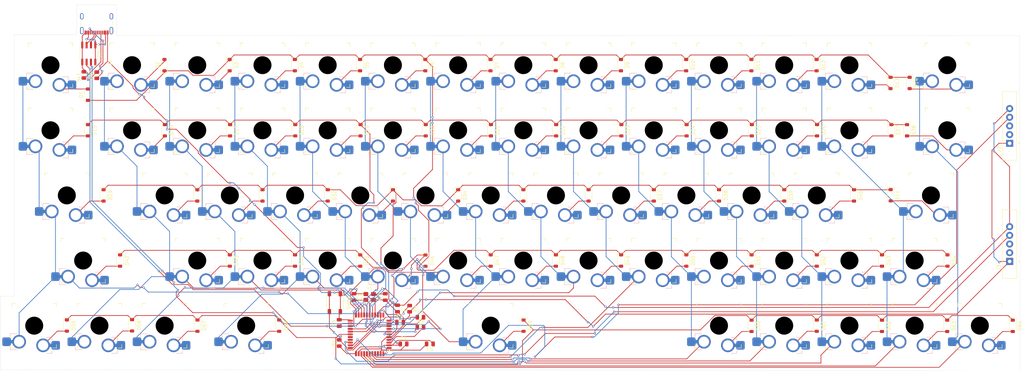
<source format=kicad_pcb>
(kicad_pcb (version 20241229) (generator "pcbnew") (generator_version "9.0")
  (layers (0 "F.Cu" signal) (2 "B.Cu" signal) (13 "F.Paste" user) (15 "B.Paste" user) (5 "F.SilkS" user "F.Silkscreen") (7 "B.SilkS" user "B.Silkscreen") (1 "F.Mask" user) (3 "B.Mask" user) (25 "Edge.Cuts" user))
  (net 0 "")
  (net 1 "GND")
  (net 2 "COL0")
  (net 3 "Net-(D1-A)")
  (net 4 "Net-(D2-A)")
  (net 5 "Net-(D3-A)")
  (net 6 "Net-(D4-A)")
  (net 7 "Net-(D5-A)")
  (net 8 "COL1")
  (net 9 "Net-(D6-A)")
  (net 10 "Net-(D7-A)")
  (net 11 "Net-(D8-A)")
  (net 12 "Net-(D9-A)")
  (net 13 "Net-(D10-A)")
  (net 14 "COL2")
  (net 15 "Net-(D12-A)")
  (net 16 "Net-(D13-A)")
  (net 17 "Net-(D14-A)")
  (net 18 "Net-(D15-A)")
  (net 19 "Net-(D18-A)")
  (net 20 "COL3")
  (net 21 "Net-(D19-A)")
  (net 22 "Net-(D20-A)")
  (net 23 "Net-(D22-A)")
  (net 24 "COL4")
  (net 25 "Net-(D23-A)")
  (net 26 "Net-(D24-A)")
  (net 27 "Net-(D25-A)")
  (net 28 "COL5")
  (net 29 "Net-(D26-A)")
  (net 30 "Net-(D27-A)")
  (net 31 "Net-(D28-A)")
  (net 32 "Net-(D29-A)")
  (net 33 "COL6")
  (net 34 "Net-(D34-A)")
  (net 35 "Net-(D35-A)")
  (net 36 "Net-(D37-A)")
  (net 37 "COL7")
  (net 38 "COL8")
  (net 39 "Net-(D42-A)")
  (net 40 "Net-(D43-A)")
  (net 41 "Net-(D44-A)")
  (net 42 "Net-(D45-A)")
  (net 43 "COL9")
  (net 44 "Net-(D47-A)")
  (net 45 "Net-(D48-A)")
  (net 46 "Net-(D49-A)")
  (net 47 "Net-(D50-A)")
  (net 48 "Net-(D51-A)")
  (net 49 "COL10")
  (net 50 "Net-(D52-A)")
  (net 51 "Net-(D53-A)")
  (net 52 "Net-(D54-A)")
  (net 53 "COL11")
  (net 54 "COL12")
  (net 55 "Net-(D63-A)")
  (net 56 "COL13")
  (net 57 "ROW2")
  (net 58 "ROW3")
  (net 59 "ROW0")
  (net 60 "ROW4")
  (net 61 "+5V")
  (net 62 "ROW1")
  (net 63 "Net-(U2-XTAL1)")
  (net 64 "Net-(U2-XTAL2)")
  (net 65 "Net-(U2-UCAP)")
  (net 66 "Net-(D11-A)")
  (net 67 "Net-(D16-A)")
  (net 68 "Net-(D17-A)")
  (net 69 "Net-(D21-A)")
  (net 70 "Net-(D36-A)")
  (net 71 "Net-(D41-A)")
  (net 72 "Net-(D46-A)")
  (net 73 "D+")
  (net 74 "D-")
  (net 75 "Net-(J1-CC1)")
  (net 78 "VBUS")
  (net 80 "Net-(J1-D+-PadA6)")
  (net 81 "Net-(J1-D--PadA7)")
  (net 83 "Net-(J1-CC2)")
  (net 84 "Net-(U2-~{RESET})")
  (net 85 "Net-(U2-D+)")
  (net 86 "Net-(U2-D-)")
  (net 87 "Net-(U2-~{HWB}{slash}PE2)")
  (net 89 "connector 1")
  (net 92 "connector 2")
  (net 95 "Net-(D39-A)")
  (net 96 "Net-(D55-A)")
  (net 97 "Net-(D59-A)")
  (net 98 "Net-(D60-A)")
  (net 99 "Net-(D61-A)")
  (net 100 "Net-(D62-A)")
  (net 101 "Net-(D30-A)")
  (net 102 "Net-(D31-A)")
  (net 103 "Net-(D38-A)")
  (net 104 "Net-(D56-A)")
  (net 105 "Net-(D64-A)")
  (net 106 "Net-(D32-A)")
  (net 107 "Net-(D33-A)")
  (net 108 "Net-(D40-A)")
  (net 109 "Net-(D57-A)")
  (net 110 "Net-(D58-A)")
  (footprint "Diode_SMD:D_SOD-123" (layer "F.Cu") (at 71.5 57.15 -90)
    (property "Reference" "D16")
    (property "Value" "D")
  )
  (footprint "Diode_SMD:D_SOD-123" (layer "F.Cu") (at 128.524 38.1 -90)
    (property "Reference" "D5")
    (property "Value" "D")
  )
  (footprint "Diode_SMD:D_SOD-123" (layer "F.Cu") (at 214.3252 76.2 -90)
    (property "Reference" "D37")
    (property "Value" "D")
  )
  (footprint "Resistor_SMD:R_0805_2012Metric" (layer "F.Cu") (at 51.6128 41.0464 90)
    (property "Reference" "5k2")
    (property "Value" "R?")
  )
  (footprint "key-switches.pretty-main:SW_Gateron_LowProfile_HotSwap_PTH" (layer "F.Cu") (at 214.3125 57.15)
    (property "Reference" "SW24" (hide yes))
    (property "Value" "SW_Push" (hide yes))
  )
  (footprint "key-switches.pretty-main:SW_Gateron_LowProfile_HotSwap_PTH" (layer "F.Cu") (at 61.9125 57.15)
    (property "Reference" "SW16" (hide yes))
    (property "Value" "SW_Push" (hide yes))
  )
  (footprint "key-switches.pretty-main:SW_Gateron_LowProfile_HotSwap_PTH" (layer "F.Cu") (at 100.0125 57.15)
    (property "Reference" "SW18" (hide yes))
    (property "Value" "SW_Push" (hide yes))
  )
  (footprint "key-switches.pretty-main:SW_Gateron_LowProfile_HotSwap_PTH" (layer "F.Cu") (at 38.1 57.15)
    (property "Reference" "SW15" (hide yes))
    (property "Value" "SW_Push" (hide yes))
  )
  (footprint "Diode_SMD:D_SOD-123" (layer "F.Cu") (at 262 57.15 -90)
    (property "Reference" "D26")
    (property "Value" "D")
  )
  (footprint "Diode_SMD:D_SOD-123" (layer "F.Cu") (at 283.464 43.308 -90)
    (property "Reference" "D13")
    (property "Value" "D")
  )
  (footprint "Diode_SMD:D_SOD-123" (layer "F.Cu") (at 90.424 38.1 -90)
    (property "Reference" "D3")
    (property "Value" "D")
  )
  (footprint "key-switches.pretty-main:SW_Gateron_LowProfile_HotSwap_PTH" (layer "F.Cu") (at 290.5125 95.25)
    (property "Reference" "SW54" (hide yes))
    (property "Value" "SW_Push" (hide yes))
  )
  (footprint "key-switches.pretty-main:SW_Gateron_LowProfile_HotSwap_PTH" (layer "F.Cu") (at 214.3125 95.25)
    (property "Reference" "SW50" (hide yes))
    (property "Value" "SW_Push" (hide yes))
  )
  (footprint "Diode_SMD:D_SOD-123" (layer "F.Cu") (at 109.5248 95.25 -90)
    (property "Reference" "D44")
    (property "Value" "D")
  )
  (footprint "Diode_SMD:D_SOD-123" (layer "F.Cu") (at 185.8 57.15 -90)
    (property "Reference" "D22")
    (property "Value" "D")
  )
  (footprint "key-switches.pretty-main:SW_Gateron_LowProfile_HotSwap_PTH" (layer "F.Cu") (at 166.6875 114.3)
    (property "Reference" "SW59" (hide yes))
    (property "Value" "SW_Push" (hide yes))
  )
  (footprint "key-switches.pretty-main:SW_Gateron_LowProfile_HotSwap_PTH" (layer "F.Cu") (at 300.0375 38.1)
    (property "Reference" "SW14" (hide yes))
    (property "Value" "SW_Push" (hide yes))
  )
  (footprint "key-switches.pretty-main:SW_Gateron_LowProfile_HotSwap_PTH" (layer "F.Cu") (at 261.9375 76.2)
    (property "Reference" "SW40" (hide yes))
    (property "Value" "SW_Push" (hide yes))
  )
  (footprint "Resistor_SMD:R_0805_2012Metric" (layer "F.Cu") (at 146.1535 111.8395)
    (property "Reference" "R2")
    (property "Value" "22")
  )
  (footprint "Diode_SMD:D_SOD-123" (layer "F.Cu") (at 319.1764 114.3508 -90)
    (property "Reference" "D64")
    (property "Value" "D")
  )
  (footprint "Diode_SMD:D_SOD-123" (layer "F.Cu") (at 166.6748 95.25 -90)
    (property "Reference" "D47")
    (property "Value" "D")
  )
  (footprint "Diode_SMD:D_SOD-123" (layer "F.Cu") (at 233.3752 76.2 -90)
    (property "Reference" "D38")
    (property "Value" "D")
  )
  (footprint "Diode_SMD:D_SOD-123" (layer "F.Cu") (at 61.9252 114.1984 -90)
    (property "Reference" "D56")
    (property "Value" "D")
  )
  (footprint "Diode_SMD:D_SOD-123" (layer "F.Cu") (at 81.026 114.3 -90)
    (property "Reference" "D57")
    (property "Value" "D")
  )
  (footprint "key-switches.pretty-main:SW_Gateron_LowProfile_HotSwap_PTH" (layer "F.Cu") (at 233.3625 95.25)
    (property "Reference" "SW51" (hide yes))
    (property "Value" "SW_Push" (hide yes))
  )
  (footprint "Diode_SMD:D_SOD-123" (layer "F.Cu") (at 204.85 57.15 -90)
    (property "Reference" "D23")
    (property "Value" "D")
  )
  (footprint "Diode_SMD:D_SOD-123" (layer "F.Cu") (at 42.8752 114.2492 -90)
    (property "Reference" "D55")
    (property "Value" "D")
  )
  (footprint "Diode_SMD:D_SOD-123" (layer "F.Cu") (at 90.4748 95.25 -90)
    (property "Reference" "D43")
    (property "Value" "D")
  )
  (footprint "key-switches.pretty-main:SW_Gateron_LowProfile_HotSwap_PTH" (layer "F.Cu") (at 138.1125 95.25)
    (property "Reference" "SW46" (hide yes))
    (property "Value" "SW_Push" (hide yes))
  )
  (footprint "key-switches.pretty-main:SW_Gateron_LowProfile_HotSwap_PTH" (layer "F.Cu") (at 233.3625 57.15)
    (property "Reference" "SW25" (hide yes))
    (property "Value" "SW_Push" (hide yes))
  )
  (footprint "Diode_SMD:D_SOD-123" (layer "F.Cu") (at 49.022 57.15 -90)
    (property "Reference" "D15")
    (property "Value" "D")
  )
  (footprint "key-switches.pretty-main:SW_Gateron_LowProfile_HotSwap_PTH" (layer "F.Cu") (at 147.6375 76.2)
    (property "Reference" "SW34" (hide yes))
    (property "Value" "SW_Push" (hide yes))
  )
  (footprint "Diode_SMD:D_SOD-123" (layer "F.Cu") (at 283.5148 76.1492 -90)
    (property "Reference" "D41")
    (property "Value" "D")
  )
  (footprint "key-switches.pretty-main:SW_Gateron_LowProfile_HotSwap_PTH" (layer "F.Cu") (at 252.4125 57.15)
    (property "Reference" "SW26" (hide yes))
    (property "Value" "SW_Push" (hide yes))
  )
  (footprint "Diode_SMD:D_SOD-123" (layer "F.Cu") (at 119.0752 76.2 -90)
    (property "Reference" "D32")
    (property "Value" "D")
  )
  (footprint "key-switches.pretty-main:SW_Gateron_LowProfile_HotSwap_PTH" (layer "F.Cu") (at 271.4625 95.25)
    (property "Reference" "SW53" (hide yes))
    (property "Value" "SW_Push" (hide yes))
  )
  (footprint "Diode_SMD:D_SOD-123" (layer "F.Cu") (at 147.6248 95.2744 -90)
    (property "Reference" "D46")
    (property "Value" "D")
  )
  (footprint "Diode_SMD:D_SOD-123" (layer "F.Cu") (at 185.7248 95.25 -90)
    (property "Reference" "D48")
    (property "Value" "D")
  )
  (footprint "key-switches.pretty-main:SW_Gateron_LowProfile_HotSwap_PTH" (layer "F.Cu") (at 176.2125 57.15)
    (property "Reference" "SW22" (hide yes))
    (property "Value" "SW_Push" (hide yes))
  )
  (footprint "Diode_SMD:D_SOD-123" (layer "F.Cu") (at 242.824 38.1 -90)
    (property "Reference" "D11")
    (property "Value" "D")
  )
  (footprint "key-switches.pretty-main:SW_Gateron_LowProfile_HotSwap_PTH" (layer "F.Cu") (at 138.1125 38.1)
    (property "Reference" "SW6" (hide yes))
    (property "Value" "SW_Push" (hide yes))
  )
  (footprint "key-switches.pretty-main:SW_Gateron_LowProfile_HotSwap_PTH" (layer "F.Cu") (at 100.0125 95.25)
    (property "Reference" "SW44" (hide yes))
    (property "Value" "SW_Push" (hide yes))
  )
  (footprint "Diode_SMD:D_SOD-123" (layer "F.Cu") (at 242.8748 114.3508 -90)
    (property "Reference" "D60")
    (property "Value" "D")
  )
  (footprint "key-switches.pretty-main:SW_Gateron_LowProfile_HotSwap_PTH" (layer "F.Cu") (at 90.4875 76.2)
    (property "Reference" "SW31" (hide yes))
    (property "Value" "SW_Push" (hide yes))
  )
  (footprint "Diode_SMD:D_SOD-123" (layer "F.Cu") (at 128.5748 95.25 -90)
    (property "Reference" "D45")
    (property "Value" "D")
  )
  (footprint "key-switches.pretty-main:SW_Gateron_LowProfile_HotSwap_PTH" (layer "F.Cu") (at 157.1625 57.15)
    (property "Reference" "SW21" (hide yes))
    (property "Value" "SW_Push" (hide yes))
  )
  (footprint "key-switches.pretty-main:SW_Gateron_LowProfile_HotSwap_PTH" (layer "F.Cu") (at 300.0375 57.15)
    (property "Reference" "SW28" (hide yes))
    (property "Value" "SW_Push" (hide yes))
  )
  (footprint "key-switches.pretty-main:SW_Gateron_LowProfile_HotSwap_PTH" (layer "F.Cu") (at 47.625 95.25)
    (property "Reference" "SW42" (hide yes))
    (property "Value" "SW_Push" (hide yes))
  )
  (footprint "key-switches.pretty-main:SW_Gateron_LowProfile_HotSwap_PTH" (layer "F.Cu") (at 33.3375 114.3)
    (property "Reference" "SW55" (hide yes))
    (property "Value" "SW_Push" (hide yes))
  )
  (footprint "key-switches.pretty-main:SW_Gateron_LowProfile_HotSwap_PTH" (layer "F.Cu") (at 119.0625 95.25)
    (property "Reference" "SW45" (hide yes))
    (property "Value" "SW_Push" (hide yes))
  )
  (footprint "Capacitor_SMD:C_0805_2012Metric" (layer "F.Cu") (at 126.746 105.8995 -90)
    (property "Reference" "C1")
    (property "Value" "22pF")
  )
  (footprint "key-switches.pretty-main:SW_Gateron_LowProfile_HotSwap_PTH" (layer "F.Cu") (at 71.4375 114.3)
    (property "Reference" "SW57" (hide yes))
    (property "Value" "SW_Push" (hide yes))
  )
  (footprint "Diode_SMD:D_SOD-123" (layer "F.Cu") (at 128.65 57.15 -90)
    (property "Reference" "D19")
    (property "Value" "D")
  )
  (footprint "key-switches.pretty-main:SW_Gateron_LowProfile_HotSwap_PTH" (layer "F.Cu") (at 185.7375 76.2)
    (property "Reference" "SW36" (hide yes))
    (property "Value" "SW_Push" (hide yes))
  )
  (footprint "5413:ADAFRUIT_5413" (layer "F.Cu") (at 318.262 55.88 90)
    (property "Reference" "J2")
    (property "Value" "5413")
  )
  (footprint "Diode_SMD:D_SOD-123" (layer "F.Cu") (at 223.9 57.15 -90)
    (property "Reference" "D24")
    (property "Value" "D")
  )
  (footprint "Crystal:Crystal_SMD_3225-4Pin_3.2x2.5mm" (layer "F.Cu") (at 131.318 105.8995)
    (property "Reference" "Y1")
    (property "Value" "16MHz")
  )
  (footprint "Capacitor_SMD:C_0805_2012Metric" (layer "F.Cu") (at 122.428 113.5195 90)
    (property "Reference" "C6")
    (property "Value" "0.1uF")
  )
  (footprint "Diode_SMD:D_SOD-123" (layer "F.Cu") (at 71.374 38.1 90)
    (property "Reference" "D2")
    (property "Value" "D")
  )
  (footprint "key-switches.pretty-main:SW_Gateron_LowProfile_HotSwap_PTH" (layer "F.Cu") (at 271.4625 114.3)
    (property "Reference" "SW62" (hide yes))
    (property "Value" "SW_Push" (hide yes))
  )
  (footprint "key-switches.pretty-main:SW_Gateron_LowProfile_HotSwap_PTH" (layer "F.Cu") (at 119.0625 38.1)
    (property "Reference" "SW5" (hide yes))
    (property "Value" "SW_Push" (hide yes))
  )
  (footprint "key-switches.pretty-main:SW_Gateron_LowProfile_HotSwap_PTH" (layer "F.Cu") (at 204.7875 76.2)
    (property "Reference" "SW37" (hide yes))
    (property "Value" "SW_Push" (hide yes))
  )
  (footprint "key-switches.pretty-main:SW_Gateron_LowProfile_HotSwap_PTH" (layer "F.Cu") (at 233.3625 38.1)
    (property "Reference" "SW11" (hide yes))
    (property "Value" "SW_Push" (hide yes))
  )
  (footprint "key-switches.pretty-main:SW_Gateron_LowProfile_HotSwap_PTH" (layer "F.Cu") (at 52.3875 114.3)
    (property "Reference" "SW56" (hide yes))
    (property "Value" "SW_Push" (hide yes))
  )
  (footprint "Diode_SMD:D_SOD-123" (layer "F.Cu") (at 185.674 38.1 -90)
    (property "Reference" "D8")
    (property "Value" "D")
  )
  (footprint "Package_QFP:TQFP-44_10x10mm_P0.8mm" (layer "F.Cu") (at 131.318 116.84 180)
    (property "Reference" "U2")
    (property "Value" "ATmega32U4-A")
  )
  (footprint "Diode_SMD:D_SOD-123" (layer "F.Cu") (at 289.052 43.308 -90)
    (property "Reference" "D14")
    (property "Value" "D")
  )
  (footprint "Button_Switch_SMD:SW_SPST_PTS647_Sx38" (layer "F.Cu") (at 121.1565 107.573 -90)
    (property "Reference" "SW65")
    (property "Value" "SW_Push")
  )
  (footprint "key-switches.pretty-main:SW_Gateron_LowProfile_HotSwap_PTH" (layer "F.Cu") (at 100.0125 38.1)
    (property "Reference" "SW4" (hide yes))
    (property "Value" "SW_Push" (hide yes))
  )
  (footprint "key-switches.pretty-main:SW_Gateron_LowProfile_HotSwap_PTH" (layer "F.Cu") (at 271.4625 57.15)
    (property "Reference" "SW27" (hide yes))
    (property "Value" "SW_Push" (hide yes))
  )
  (footprint "Diode_SMD:D_SOD-123" (layer "F.Cu") (at 288.29 57.15 -90)
    (property "Reference" "D28")
    (property "Value" "D")
  )
  (footprint "key-switches.pretty-main:SW_Gateron_LowProfile_HotSwap_PTH" (layer "F.Cu") (at 233.3625 114.3)
    (property "Reference" "SW60" (hide yes))
    (property "Value" "SW_Push" (hide yes))
  )
  (footprint "5413:ADAFRUIT_5413" (layer "F.Cu") (at 318.262 90.424 90)
    (property "Reference" "J3")
    (property "Value" "5413")
  )
  (footprint "Diode_SMD:D_SOD-123" (layer "F.Cu") (at 261.9248 95.25 -90)
    (property "Reference" "D52")
    (property "Value" "D")
  )
  (footprint "key-switches.pretty-main:SW_Gateron_LowProfile_HotSwap_PTH" (layer "F.Cu") (at 195.2625 38.1)
    (property "Reference" "SW9" (hide yes))
    (property "Value" "SW_Push" (hide yes))
  )
  (footprint "key-switches.pretty-main:SW_Gateron_LowProfile_HotSwap_PTH" (layer "F.Cu") (at 95.25 114.3)
    (property "Reference" "SW58" (hide yes))
    (property "Value" "SW_Push" (hide yes))
  )
  (footprint "Diode_SMD:D_SOD-123" (layer "F.Cu") (at 204.724 38.1 -90)
    (property "Reference" "D9")
    (property "Value" "D")
  )
  (footprint "key-switches.pretty-main:SW_Gateron_LowProfile_HotSwap_PTH" (layer "F.Cu") (at 176.2125 38.1)
    (property "Reference" "SW8" (hide yes))
    (property "Value" "SW_Push" (hide yes))
  )
  (footprint "Diode_SMD:D_SOD-123" (layer "F.Cu") (at 166.624 38.1 -90)
    (property "Reference" "D7")
    (property "Value" "D")
  )
  (footprint "Diode_SMD:D_SOD-123" (layer "F.Cu") (at 261.874 38.1 -90)
    (property "Reference" "D12")
    (property "Value" "D")
  )
  (footprint "Connector_USB:USB_C_Receptacle_GCT_USB4105-xx-A_16P_TopMnt_Horizontal" (layer "F.Cu") (at 51.562 24.892 180)
    (property "Reference" "J1")
    (property "Value" "USB_C_Receptacle_USB2.0_14P")
  )
  (footprint "key-switches.pretty-main:SW_Gateron_LowProfile_HotSwap_PTH" (layer "F.Cu") (at 157.1625 95.25)
    (property "Reference" "SW47" (hide yes))
    (property "Value" "SW_Push" (hide yes))
  )
  (footprint "Diode_SMD:D_SOD-123" (layer "F.Cu") (at 104.902 114.3 -90)
    (property "Reference" "D58")
    (property "Value" "D")
  )
  (footprint "Diode_SMD:D_SOD-123" (layer "F.Cu") (at 280.9748 114.3508 -90)
    (property "Reference" "D62")
    (property "Value" "D")
  )
  (footprint "key-switches.pretty-main:SW_Gateron_LowProfile_HotSwap_PTH" (layer "F.Cu") (at 252.4125 114.3)
    (property "Reference" "SW61" (hide yes))
    (property "Value" "SW_Push" (hide yes))
  )
  (footprint "key-switches.pretty-main:SW_Gateron_LowProfile_HotSwap_PTH" (layer "F.Cu") (at 223.8375 76.2)
    (property "Reference" "SW38" (hide yes))
    (property "Value" "SW_Push" (hide yes))
  )
  (footprint "key-switches.pretty-main:SW_Gateron_LowProfile_HotSwap_PTH" (layer "F.Cu") (at 138.1125 57.15)
    (property "Reference" "SW20" (hide yes))
    (property "Value" "SW_Push" (hide yes))
  )
  (footprint "Diode_SMD:D_SOD-123" (layer "F.Cu") (at 300.1 95.25 -90)
    (property "Reference" "D54")
    (property "Value" "D")
  )
  (footprint "Diode_SMD:D_SOD-123" (layer "F.Cu") (at 176.2252 76.2 -90)
    (property "Reference" "D35" (hide yes))
    (property "Value" "D")
  )
  (footprint "key-switches.pretty-main:SW_Gateron_LowProfile_HotSwap_PTH" (layer "F.Cu") (at 309.5625 114.3)
    (property "Reference" "SW64" (hide yes))
    (property "Value" "SW_Push" (hide yes))
  )
  (footprint "Diode_SMD:D_SOD-123" (layer "F.Cu") (at 147.7 57.15 -90)
    (property "Reference" "D20")
    (property "Value" "D")
  )
  (footprint "key-switches.pretty-main:SW_Gateron_LowProfile_HotSwap_PTH" (layer "F.Cu") (at 242.8875 76.2)
    (property "Reference" "SW39" (hide yes))
    (property "Value" "SW_Push" (hide yes))
  )
  (footprint "key-switches.pretty-main:SW_Gateron_LowProfile_HotSwap_PTH" (layer "F.Cu") (at 157.1625 38.1)
    (property "Reference" "SW7" (hide yes))
    (property "Value" "SW_Push" (hide yes))
  )
  (footprint "Diode_SMD:D_SOD-123" (layer "F.Cu") (at 300.0248 114.3508 -90)
    (property "Reference" "D63")
    (property "Value" "D")
  )
  (footprint "Diode_SMD:D_SOD-123" (layer "F.Cu") (at 261.9248 114.3 -90)
    (property "Reference" "D61")
    (property "Value" "D")
  )
  (footprint "Diode_SMD:D_SOD-123" (layer "F.Cu") (at 242.95 57.15 -90)
    (property "Reference" "D25")
    (property "Value" "D")
  )
  (footprint "Resistor_SMD:R_0805_2012Metric" (layer "F.Cu") (at 146.1535 114.7895)
    (property "Reference" "R3")
    (property "Value" "22")
  )
  (footprint "Diode_SMD:D_SOD-123" (layer "F.Cu") (at 252.4252 76.2 -90)
    (property "Reference" "D39")
    (property "Value" "D")
  )
  (footprint "Diode_SMD:D_SOD-123" (layer "F.Cu") (at 272.796 76.2 -90)
    (property "Reference" "D40")
    (property "Value" "D")
  )
  (footprint "Diode_SMD:D_SOD-123" (layer "F.Cu") (at 195.2752 76.2 -90)
    (property "Reference" "D36" (hide yes))
    (property "Value" "D")
  )
  (footprint "Capacitor_SMD:C_0805_2012Metric" (layer "F.Cu") (at 148.91 119.634 180)
    (property "Reference" "C5")
    (property "Value" "0.1uF")
  )
  (footprint "Diode_SMD:D_SOD-123" (layer "F.Cu") (at 166.75 57.15 -90)
    (property "Reference" "D21")
    (property "Value" "D")
  )
  (footprint "Diode_SMD:D_SOD-123" (layer "F.Cu") (at 53.594 76.2 -90)
    (property "Reference" "D29")
    (property "Value" "D")
  )
  (footprint "Diode_SMD:D_SOD-123" (layer "F.Cu") (at 204.7748 95.25 -90)
    (property "Reference" "D49")
    (property "Value" "D")
  )
  (footprint "Diode_SMD:D_SOD-123" (layer "F.Cu") (at 80.9752 76.2 -90)
    (property "Reference" "D30" (hide yes))
    (property "Value" "D")
  )
  (footprint "Package_SO:SOIC-8_3.9x4.9mm_P1.27mm" (layer "F.Cu") (at 49.276 34.6964 -90)
    (property "Reference" "U1")
    (property "Value" "USB6B1")
  )
  (footprint "Diode_SMD:D_SOD-123" (layer "F.Cu") (at 283.718 57.15 -90)
    (property "Reference" "D27")
    (property "Value" "D")
  )
  (footprint "key-switches.pretty-main:SW_Gateron_LowProfile_HotSwap_PTH" (layer "F.Cu") (at 42.8625 76.2)
    (property "Reference" "SW29" (hide yes))
    (property "Value" "SW_Push" (hide yes))
  )
  (footprint "Diode_SMD:D_SOD-123" (layer "F.Cu") (at 280.9748 95.25 -90)
    (property "Reference" "D53")
    (property "Value" "D")
  )
  (footprint "Diode_SMD:D_SOD-123" (layer "F.Cu") (at 90.55 57.15 -90)
    (property "Reference" "D17")
    (property "Value" "D")
  )
  (footprint "key-switches.pretty-main:SW_Gateron_LowProfile_HotSwap_PTH" (layer "F.Cu") (at 252.4125 95.25)
    (property "Reference" "SW52" (hide yes))
    (property "Value" "SW_Push" (hide yes))
  )
  (footprint "Capacitor_SMD:C_0805_2012Metric" (layer "F.Cu") (at 135.89 105.8995 90)
    (property "Reference" "C2")
    (property "Value" "22pF")
  )
  (footprint "key-switches.pretty-main:SW_Gateron_LowProfile_HotSwap_PTH" (layer "F.Cu") (at 271.4625 38.1)
    (property "Reference" "SW13" (hide yes))
    (property "Value" "SW_Push" (hide yes))
  )
  (footprint "key-switches.pretty-main:SW_Gateron_LowProfile_HotSwap_PTH" (layer "F.Cu") (at 80.9625 38.1)
    (property "Reference" "SW3" (hide yes))
    (property "Value" "SW_Push" (hide yes))
  )
  (footprint "key-switches.pretty-main:SW_Gateron_LowProfile_HotSwap_PTH" (layer "F.Cu") (at 128.5875 76.2)
    (property "Reference" "SW33" (hide yes))
    (property "Value" "SW_Push" (hide yes))
  )
  (footprint "key-switches.pretty-main:SW_Gateron_LowProfile_HotSwap_PTH" (layer "F.Cu") (at 290.5125 114.3)
    (property "Reference" "SW63" (hide yes))
    (property "Value" "SW_Push" (hide yes))
  )
  (footprint "Diode_SMD:D_SOD-123" (layer "F.Cu") (at 100.0252 76.2 -90)
    (property "Reference" "D31" (hide yes))
    (property "Value" "D")
  )
  (footprint "Diode_SMD:D_SOD-123" (layer "F.Cu") (at 138.1252 76.2 -90)
    (property "Reference" "D33" (hide yes))
    (property "Value" "D")
  )
  (footprint "key-switches.pretty-main:SW_Gateron_LowProfile_HotSwap_PTH" (layer "F.Cu") (at 119.0625 57.15)
    (property "Reference" "SW19" (hide yes))
    (property "Value" "SW_Push" (hide yes))
  )
  (footprint "key-switches.pretty-main:SW_Gateron_LowProfile_HotSwap_PTH" (layer "F.Cu") (at 195.2625 57.15)
    (property "Reference" "SW23" (hide yes))
    (property "Value" "SW_Push" (hide yes))
  )
  (footprint "key-switches.pretty-main:SW_Gateron_LowProfile_HotSwap_PTH" (layer "F.Cu") (at 80.9625 57.15)
    (property "Reference" "SW17" (hide yes))
    (property "Value" "SW_Push" (hide yes))
  )
  (footprint "Resistor_SMD:R_0805_2012Metric" (layer "F.Cu") (at 143.002 109.3335 -90)
    (property "Reference" "R4")
    (property "Value" "10k")
  )
  (footprint "Diode_SMD:D_SOD-123" (layer "F.Cu") (at 109.474 38.1 -90)
    (property "Reference" "D4")
    (property "Value" "D")
  )
  (footprint "key-switches.pretty-main:SW_Gateron_LowProfile_HotSwap_PTH" (layer "F.Cu") (at 80.9625 95.25)
    (property "Reference" "SW43" (hide yes))
    (property "Value" "SW_Push" (hide yes))
  )
  (footprint "key-switches.pretty-main:SW_Gateron_LowProfile_HotSwap_PTH" (layer "F.Cu") (at 214.3125 38.1)
    (property "Reference" "SW10" (hide yes))
    (property "Value" "SW_Push" (hide yes))
  )
  (footprint "Diode_SMD:D_SOD-123" (layer "F.Cu") (at 242.8748 95.25 -90)
    (property "Reference" "D51")
    (property "Value" "D")
  )
  (footprint "Diode_SMD:D_SOD-123" (layer "F.Cu") (at 157.1752 76.2 -90)
    (property "Reference" "D34")
    (property "Value" "D")
  )
  (footprint "Resistor_SMD:R_0805_2012Metric" (layer "F.Cu") (at 122.428 119.3615 90)
    (property "Reference" "R1")
    (property "Value" "10k")
  )
  (footprint "key-switches.pretty-main:SW_Gateron_LowProfile_HotSwap_PTH" (layer "F.Cu") (at 252.4125 38.1)
    (property "Reference" "SW12" (hide yes))
    (property "Value" "SW_Push" (hide yes))
  )
  (footprint "key-switches.pretty-main:SW_Gateron_LowProfile_HotSwap_PTH" (layer "F.Cu") (at 38.1 38.1)
    (property "Reference" "SW1" (hide yes))
    (property "Value" "SW_Push" (hide yes))
  )
  (footprint "Capacitor_SMD:C_0805_2012Metric" (layer "F.Cu") (at 141.224 119.634)
    (property "Reference" "C4")
    (property "Value" "0.1uF")
  )
  (footprint "Diode_SMD:D_SOD-123" (layer "F.Cu") (at 176.276 114.3 -90)
    (property "Reference" "D59")
    (property "Value" "D")
  )
  (footprint "Capacitor_SMD:C_0805_2012Metric" (layer "F.Cu") (at 139.446 109.2675 -90)
    (property "Reference" "C7")
    (property "Value" "0.1uF")
  )
  (footprint "Diode_SMD:D_SOD-123" (layer "F.Cu") (at 58.42 95.25 -90)
    (property "Reference" "D42")
    (property "Value" "D")
  )
  (footprint "Diode_SMD:D_SOD-123" (layer "F.Cu") (at 109.6 57.15 -90)
    (property "Reference" "D18")
    (property "Value" "D")
  )
  (footprint "key-switches.pretty-main:SW_Gateron_LowProfile_HotSwap_PTH" (layer "F.Cu") (at 109.5375 76.2)
    (property "Reference" "SW32" (hide yes))
    (property "Value" "SW_Push" (hide yes))
  )
  (footprint "key-switches.pretty-main:SW_Gateron_LowProfile_HotSwap_PTH" (layer "F.Cu") (at 71.4375 76.2)
    (property "Reference" "SW30" (hide yes))
    (property "Value" "SW_Push" (hide yes))
  )
  (footprint "Diode_SMD:D_SOD-123" (layer "F.Cu") (at 223.774 38.1 -90)
    (property "Reference" "D10")
    (property "Value" "D")
  )
  (footprint "Resistor_SMD:R_0805_2012Metric" (layer "F.Cu") (at 47.8536 40.9448 90)
    (property "Reference" "5k1")
    (property "Value" "R?")
  )
  (footprint "key-switches.pretty-main:SW_Gateron_LowProfile_HotSwap_PTH" (layer "F.Cu") (at 176.2125 95.25)
    (property "Reference" "SW48" (hide yes))
    (property "Value" "SW_Push" (hide yes))
  )
  (footprint "Diode_SMD:D_SOD-123" (layer "F.Cu") (at 49.022 46.736 90)
    (property "Reference" "D1")
    (property "Value" "D")
  )
  (footprint "key-switches.pretty-main:SW_Gateron_LowProfile_HotSwap_PTH" (layer "F.Cu") (at 295.275 76.2)
    (property "Reference" "SW41" (hide yes))
    (property "Value" "SW_Push" (hide yes))
  )
  (footprint "key-switches.pretty-main:SW_Gateron_LowProfile_HotSwap_PTH" (layer "F.Cu") (at 195.2625 95.25)
    (property "Reference" "SW49" (hide yes))
    (property "Value" "SW_Push" (hide yes))
  )
  (footprint "Diode_SMD:D_SOD-123" (layer "F.Cu") (at 223.8248 95.25 -90)
    (property "Reference" "D50")
    (property "Value" "D")
  )
  (footprint "key-switches.pretty-main:SW_Gateron_LowProfile_HotSwap_PTH" (layer "F.Cu") (at 61.9125 38.1)
    (property "Reference" "SW2" (hide yes))
    (property "Value" "SW_Push" (hide yes))
  )
  (footprint "key-switches.pretty-main:SW_Gateron_LowProfile_HotSwap_PTH" (layer "F.Cu") (at 166.6875 76.2)
    (property "Reference" "SW35" (hide yes))
    (property "Value" "SW_Push" (hide yes))
  )
  (footprint "Capacitor_SMD:C_0805_2012Metric" (layer "F.Cu") (at 140.208 113.2655)
    (property "Reference" "C3")
    (property "Value" "1uF")
  )
  (footprint "Diode_SMD:D_SOD-123" (layer "F.Cu") (at 147.574 38.1 -90)
    (property "Reference" "D6")
    (property "Value" "D")
  )
  (gr_line (start 30.0736 29.1592) (end 28.1432 29.1592) (stroke (width 0.05)) (layer "Edge.Cuts"))
  (gr_line (start 27.5336 29.1592) (end 27.5336 105.5116) (stroke (width 0.05)) (layer "Edge.Cuts"))
  (gr_line (start 321.275 85.45) (end 321.25 30) (stroke (width 0.05)) (layer "Edge.Cuts"))
  (gr_line (start 321.275 127.6) (end 321.0052 127.6096) (stroke (width 0.05)) (layer "Edge.Cuts"))
  (gr_line (start 28.1432 29.1592) (end 27.5336 29.1592) (stroke (width 0.05)) (layer "Edge.Cuts"))
  (gr_line (start 27.5336 105.664) (end 24.4856 105.664) (stroke (width 0.05)) (layer "Edge.Cuts"))
  (gr_line (start 23.368 110.3884) (end 23.368 105.664) (stroke (width 0.05)) (layer "Edge.Cuts"))
  (gr_line (start 134.7724 127.1524) (end 23.368 127.243665) (stroke (width 0.05)) (layer "Edge.Cuts"))
  (gr_line (start 23.368 118.8212) (end 23.368 110.3884) (stroke (width 0.05)) (layer "Edge.Cuts"))
  (gr_line (start 309.2704 29.464) (end 309.3212 29.46401) (stroke (width 0.05)) (layer "Edge.Cuts"))
  (gr_line (start 27.5336 105.5116) (end 27.5336 105.664) (stroke (width 0.05)) (layer "Edge.Cuts"))
  (gr_line (start 23.5712 105.664) (end 24.4856 105.664) (stroke (width 0.05)) (layer "Edge.Cuts"))
  (gr_line (start 57.404 20.4724) (end 45.72 20.4724) (stroke (width 0.05)) (layer "Edge.Cuts"))
  (gr_line (start 321.25 30) (end 321.25 29.464) (stroke (width 0.05)) (layer "Edge.Cuts"))
  (gr_line (start 321.0052 127.6096) (end 134.7724 127.1524) (stroke (width 0.05)) (layer "Edge.Cuts"))
  (gr_line (start 321.275 85.45) (end 321.275 127.6) (stroke (width 0.05)) (layer "Edge.Cuts"))
  (gr_line (start 309.2704 29.464) (end 321.25 29.464) (stroke (width 0.05)) (layer "Edge.Cuts"))
  (gr_line (start 30.0736 29.1592) (end 44.7548 29.1592) (stroke (width 0.05)) (layer "Edge.Cuts"))
  (gr_line (start 23.5712 105.664) (end 23.368 105.664) (stroke (width 0.05)) (layer "Edge.Cuts"))
  (gr_line (start 44.7548 29.1592) (end 45.72 29.1592) (stroke (width 0.05)) (layer "Edge.Cuts"))
  (gr_line (start 45.72 20.4724) (end 45.72 29.1592) (stroke (width 0.05)) (layer "Edge.Cuts"))
  (gr_line (start 23.368 118.8212) (end 23.368 127.243665) (stroke (width 0.05)) (layer "Edge.Cuts"))
  (gr_line (start 57.404 20.4724) (end 57.404 29.4132) (stroke (width 0.05)) (layer "Edge.Cuts"))
  (gr_line (start 57.404 29.4132) (end 309.2704 29.464) (stroke (width 0.05)) (layer "Edge.Cuts"))
  (segment (start 47.371 38.942) (end 47.8536 39.4246) (width 0.2) (layer "F.Cu") (net 1))
  (segment (start 200.227 110.923) (end 196.596 114.554) (width 0.2) (layer "F.Cu") (net 1))
  (segment (start 47.371 32.2214) (end 47.371 37.1714) (width 0.2) (layer "F.Cu") (net 1))
  (segment (start 318.262 95.504) (end 302.843 110.923) (width 0.2) (layer "F.Cu") (net 1))
  (segment (start 128.118 121.941056) (end 128.960456 121.0986) (width 0.2) (layer "F.Cu") (net 1))
  (segment (start 134.819001 121.464) (end 134.518 121.765001) (width 0.2) (layer "F.Cu") (net 1))
  (segment (start 122.7565 110.198) (end 122.7565 104.948) (width 0.2) (layer "F.Cu") (net 1))
  (segment (start 146.05 106.68) (end 146.05 107.198) (width 0.2) (layer "F.Cu") (net 1))
  (segment (start 121.0056 104.5972) (end 122.4057 104.5972) (width 0.2) (layer "F.Cu") (net 1))
  (segment (start 143.002 111.4215) (end 141.158 113.2655) (width 0.2) (layer "F.Cu") (net 1))
  (segment (start 126.746 104.9495) (end 130.118 104.9495) (width 0.2) (layer "F.Cu") (net 1))
  (segment (start 136.243001 117.64) (end 136.9805 117.64) (width 0.2) (layer "F.Cu") (net 1))
  (segment (start 125.6792 103.734328) (end 125.6792 103.632) (width 0.2) (layer "F.Cu") (net 1))
  (segment (start 134.819 119.064001) (end 136.243001 117.64) (width 0.2) (layer "F.Cu") (net 1))
  (segment (start 313.089 62.997057) (end 313.089 88.553) (width 0.2) (layer "F.Cu") (net 1))
  (segment (start 146.05 107.198) (end 143.002 110.246) (width 0.2) (layer "F.Cu") (net 1))
  (segment (start 123.216585 105.408085) (end 124.005443 105.408085) (width 0.2) (layer "F.Cu") (net 1))
  (segment (start 65.4304 47.3964) (end 65.4304 47.8028) (width 0.2) (layer "F.Cu") (net 1))
  (segment (start 97.6884 78.8924) (end 110.236 91.44) (width 0.2) (layer "F.Cu") (net 1))
  (segment (start 54.762 36.9847) (end 54.951306 36.9847) (width 0.2) (layer "F.Cu") (net 1))
  (segment (start 89.950794 72.5424) (end 90.5256 72.5424) (width 0.2) (layer "F.Cu") (net 1))
  (segment (start 122.428 110.5265) (end 122.7565 110.198) (width 0.2) (layer "F.Cu") (net 1))
  (segment (start 47.371 29.563) (end 47.371 32.2214) (width 0.2) (layer "F.Cu") (net 1))
  (segment (start 110.236 91.44) (end 112.014 91.44) (width 0.2) (layer "F.Cu") (net 1))
  (segment (start 318.262 60.96) (end 315.126057 60.96) (width 0.2) (layer "F.Cu") (net 1))
  (segment (start 72.1868 56.8452) (end 74.811806 56.8452) (width 0.2) (layer "F.Cu") (net 1))
  (segment (start 48.362 28.572) (end 47.371 29.563) (width 0.2) (layer "F.Cu") (net 1))
  (segment (start 313.089 88.553) (end 313.646735 89.110735) (width 0.2) (layer "F.Cu") (net 1))
  (segment (start 65.4304 47.8028) (end 71.813335 54.185735) (width 0.2) (layer "F.Cu") (net 1))
  (segment (start 128.960456 121.0986) (end 134.6244 121.0986) (width 0.2) (layer "F.Cu") (net 1))
  (segment (start 48.3635 40.0323) (end 48.726019 40.394819) (width 0.2) (layer "F.Cu") (net 1))
  (segment (start 127.508 104.1875) (end 126.746 104.9495) (width 0.2) (layer "F.Cu") (net 1))
  (segment (start 132.418 106.7495) (end 132.918 107.2495) (width 0.2) (layer "F.Cu") (net 1))
  (segment (start 195.072 113.284) (end 188.468 106.68) (width 0.2) (layer "F.Cu") (net 1))
  (segment (start 315.214 95.758) (end 315.468 95.504) (width 0.2) (layer "F.Cu") (net 1))
  (segment (start 96.3676 77.3176) (end 96.3676 77.7748) (width 0.2) (layer "F.Cu") (net 1))
  (segment (start 130.118 104.9495) (end 130.218 105.0495) (width 0.2) (layer "F.Cu") (net 1))
  (segment (start 49.3287 42.418) (end 51.6128 40.1339) (width 0.2) (layer "F.Cu") (net 1))
  (segment (start 302.843 110.923) (end 200.227 110.923) (width 0.2) (layer "F.Cu") (net 1))
  (segment (start 134.432 122.5885) (end 134.518 122.5025) (width 0.2) (layer "F.Cu") (net 1))
  (segment (start 74.811806 56.8452) (end 81.2615 63.294894) (width 0.2) (layer "F.Cu") (net 1))
  (segment (start 134.819 121.464) (end 134.819 120.904) (width 0.2) (layer "F.Cu") (net 1))
  (segment (start 54.951306 36.9847) (end 62.2115 44.244894) (width 0.2) (layer "F.Cu") (net 1))
  (segment (start 64.080232 46.671838) (end 64.096238 46.671838) (width 0.2) (layer "F.Cu") (net 1))
  (segment (start 62.2115 44.244894) (end 62.2115 44.803106) (width 0.2) (layer "F.Cu") (net 1))
  (segment (start 124.005443 105.408085) (end 125.6792 103.734328) (width 0.2) (layer "F.Cu") (net 1))
  (segment (start 132.918 107.2495) (end 132.918 111.1775) (width 0.2) (layer "F.Cu") (net 1))
  (segment (start 134.819 120.904) (end 134.819 119.064001) (width 0.2) (layer "F.Cu") (net 1))
  (segment (start 147.96 119.634) (end 146.13 121.464) (width 0.2) (layer "F.Cu") (net 1))
  (segment (start 135.89 106.8495) (end 139.258 110.2175) (width 0.2) (layer "F.Cu") (net 1))
  (segment (start 122.428 112.5695) (end 125.385 112.5695) (width 0.2) (layer "F.Cu") (net 1))
  (segment (start 71.813335 54.185735) (end 71.965735 54.185735) (width 0.2) (layer "F.Cu") (net 1))
  (segment (start 188.468 106.68) (end 147.828 106.68) (width 0.2) (layer "F.Cu") (net 1))
  (segment (start 143.002 110.246) (end 143.002 111.4215) (width 0.2) (layer "F.Cu") (net 1))
  (segment (start 132.418 106.7495) (end 131.918 106.7495) (width 0.2) (layer "F.Cu") (net 1))
  (segment (start 131.918 106.7495) (end 130.218 105.0495) (width 0.2) (layer "F.Cu") (net 1))
  (segment (start 140.344 121.464) (end 134.819001 121.464) (width 0.2) (layer "F.Cu") (net 1))
  (segment (start 139.446 110.2175) (end 141.158 111.9295) (width 0.2) (layer "F.Cu") (net 1))
  (segment (start 128.118 122.5025) (end 128.118 121.941056) (width 0.2) (layer "F.Cu") (net 1))
  (segment (start 134.518 121.765001) (end 134.518 122.5025) (width 0.2) (layer "F.Cu") (net 1))
  (segment (start 122.4057 104.5972) (end 122.7565 104.948) (width 0.2) (layer "F.Cu") (net 1))
  (segment (start 142.174 119.634) (end 140.344 121.464) (width 0.2) (layer "F.Cu") (net 1))
  (segment (start 132.418 106.7495) (end 135.79 106.7495) (width 0.2) (layer "F.Cu") (net 1))
  (segment (start 93.1164 74.0664) (end 96.3676 77.3176) (width 0.2) (layer "F.Cu") (net 1))
  (segment (start 62.2115 44.803106) (end 64.080232 46.671838) (width 0.2) (layer "F.Cu") (net 1))
  (segment (start 141.158 114.199999) (end 137.717999 117.64) (width 0.2) (layer "F.Cu") (net 1))
  (segment (start 137.717999 117.64) (end 136.9805 117.64) (width 0.2) (layer "F.Cu") (net 1))
  (segment (start 125.385 112.5695) (end 125.6555 112.84) (width 0.2) (layer "F.Cu") (net 1))
  (segment (start 134.6244 121.0986) (end 134.819 120.904) (width 0.2) (layer "F.Cu") (net 1))
  (segment (start 134.819 121.464) (end 134.518 121.765001) (width 0.2) (layer "F.Cu") (net 1))
  (segment (start 81.2615 63.853106) (end 89.950794 72.5424) (width 0.2) (layer "F.Cu") (net 1))
  (segment (start 141.158 111.9295) (end 141.158 113.2655) (width 0.2) (layer "F.Cu") (net 1))
  (segment (start 315.126057 60.96) (end 313.089 62.997057) (width 0.2) (layer "F.Cu") (net 1))
  (segment (start 122.7565 104.948) (end 123.216585 105.408085) (width 0.2) (layer "F.Cu") (net 1))
  (segment (start 127.508 103.6828) (end 127.508 104.1875) (width 0.2) (layer "F.Cu") (net 1))
  (segment (start 141.158 113.2655) (end 141.158 114.199999) (width 0.2) (layer "F.Cu") (net 1))
  (segment (start 47.371 37.1714) (end 47.371 38.942) (width 0.2) (layer "F.Cu") (net 1))
  (segment (start 146.13 121.464) (end 134.819 121.464) (width 0.2) (layer "F.Cu") (net 1))
  (segment (start 81.2615 63.294894) (end 81.2615 63.853106) (width 0.2) (layer "F.Cu") (net 1))
  (segment (start 54.762 36.9847) (end 51.6128 40.1339) (width 0.2) (layer "F.Cu") (net 1))
  (segment (start 54.762 28.572) (end 54.762 36.9847) (width 0.2) (layer "F.Cu") (net 1))
  (segment (start 47.8536 39.4246) (end 47.8536 40.0323) (width 0.2) (layer "F.Cu") (net 1))
  (segment (start 122.428 112.5695) (end 122.428 110.5265) (width 0.2) (layer "F.Cu") (net 1))
  (segment (start 315.468 95.504) (end 318.262 95.504) (width 0.2) (layer "F.Cu") (net 1))
  (segment (start 49.0316 42.418) (end 49.3287 42.418) (width 0.2) (layer "F.Cu") (net 1))
  (segment (start 139.258 110.2175) (end 139.446 110.2175) (width 0.2) (layer "F.Cu") (net 1))
  (segment (start 135.79 106.7495) (end 135.89 106.8495) (width 0.2) (layer "F.Cu") (net 1))
  (segment (start 47.8536 40.0323) (end 48.3635 40.0323) (width 0.2) (layer "F.Cu") (net 1))
  (via (at 71.965735 54.185735) (size 0.6) (drill 0.3) (layers "F.Cu" "B.Cu") (net 1))
  (via (at 195.072 113.284) (size 0.6) (drill 0.3) (layers "F.Cu" "B.Cu") (net 1))
  (via (at 90.5256 72.5424) (size 0.6) (drill 0.3) (layers "F.Cu" "B.Cu") (net 1))
  (via (at 313.646735 89.110735) (size 0.6) (drill 0.3) (layers "F.Cu" "B.Cu") (net 1))
  (via (at 196.596 114.554) (size 0.6) (drill 0.3) (layers "F.Cu" "B.Cu") (net 1))
  (via (at 64.096238 46.671838) (size 0.6) (drill 0.3) (layers "F.Cu" "B.Cu") (net 1))
  (via (at 48.726019 40.394819) (size 0.6) (drill 0.3) (layers "F.Cu" "B.Cu") (net 1))
  (via (at 146.05 106.68) (size 0.6) (drill 0.3) (layers "F.Cu" "B.Cu") (net 1))
  (via (at 125.6792 103.632) (size 0.6) (drill 0.3) (layers "F.Cu" "B.Cu") (net 1))
  (via (at 147.828 106.68) (size 0.6) (drill 0.3) (layers "F.Cu" "B.Cu") (net 1))
  (via (at 112.014 91.44) (size 0.6) (drill 0.3) (layers "F.Cu" "B.Cu") (net 1))
  (via (at 49.0316 42.418) (size 0.6) (drill 0.3) (layers "F.Cu" "B.Cu") (net 1))
  (via (at 315.214 95.758) (size 0.6) (drill 0.3) (layers "F.Cu" "B.Cu") (net 1))
  (via (at 127.508 103.6828) (size 0.6) (drill 0.3) (layers "F.Cu" "B.Cu") (net 1))
  (via (at 93.1164 74.0664) (size 0.6) (drill 0.3) (layers "F.Cu" "B.Cu") (net 1))
  (via (at 121.0056 104.5972) (size 0.6) (drill 0.3) (layers "F.Cu" "B.Cu") (net 1))
  (via (at 72.1868 56.8452) (size 0.6) (drill 0.3) (layers "F.Cu" "B.Cu") (net 1))
  (via (at 96.3676 77.7748) (size 0.6) (drill 0.3) (layers "F.Cu" "B.Cu") (net 1))
  (via (at 97.6884 78.8924) (size 0.6) (drill 0.3) (layers "F.Cu" "B.Cu") (net 1))
  (via (at 65.4304 47.3964) (size 0.6) (drill 0.3) (layers "F.Cu" "B.Cu") (net 1))
  (segment (start 116.239 103.023057) (end 116.239 103.520943) (width 0.2) (layer "B.Cu") (net 1))
  (segment (start 96.3676 77.7748) (end 96.5708 77.7748) (width 0.2) (layer "B.Cu") (net 1))
  (segment (start 313.646735 94.190735) (end 315.214 95.758) (width 0.2) (layer "B.Cu") (net 1))
  (segment (start 116.239 103.520943) (end 117.315257 104.5972) (width 0.2) (layer "B.Cu") (net 1))
  (segment (start 147.828 106.68) (end 146.05 106.68) (width 0.2) (layer "B.Cu") (net 1))
  (segment (start 90.5256 72.5424) (end 91.5924 72.5424) (width 0.2) (layer "B.Cu") (net 1))
  (segment (start 71.965735 54.185735) (end 72.1868 54.4068) (width 0.2) (layer "B.Cu") (net 1))
  (segment (start 91.5924 72.5424) (end 93.1164 74.0664) (width 0.2) (layer "B.Cu") (net 1))
  (segment (start 116.9635 102.298557) (end 116.239 103.023057) (width 0.2) (layer "B.Cu") (net 1))
  (segment (start 195.326 113.284) (end 195.072 113.284) (width 0.2) (layer "B.Cu") (net 1))
  (segment (start 48.726019 40.394819) (end 49.0316 40.7004) (width 0.2) (layer "B.Cu") (net 1))
  (segment (start 72.1868 54.4068) (end 72.1868 56.8452) (width 0.2) (layer "B.Cu") (net 1))
  (segment (start 49.0316 40.7004) (end 49.0316 42.418) (width 0.2) (layer "B.Cu") (net 1))
  (segment (start 64.705838 46.671838) (end 65.4304 47.3964) (width 0.2) (layer "B.Cu") (net 1))
  (segment (start 117.315257 104.5972) (end 121.0056 104.5972) (width 0.2) (layer "B.Cu") (net 1))
  (segment (start 116.9635 98.996894) (end 116.9635 102.298557) (width 0.2) (layer "B.Cu") (net 1))
  (segment (start 112.014 94.047394) (end 116.9635 98.996894) (width 0.2) (layer "B.Cu") (net 1))
  (segment (start 127.4572 103.632) (end 127.508 103.6828) (width 0.2) (layer "B.Cu") (net 1))
  (segment (start 125.6792 103.632) (end 127.4572 103.632) (width 0.2) (layer "B.Cu") (net 1))
  (segment (start 112.014 91.44) (end 112.014 94.047394) (width 0.2) (layer "B.Cu") (net 1))
  (segment (start 64.096238 46.671838) (end 64.705838 46.671838) (width 0.2) (layer "B.Cu") (net 1))
  (segment (start 196.596 114.554) (end 195.326 113.284) (width 0.2) (layer "B.Cu") (net 1))
  (segment (start 313.646735 89.110735) (end 313.646735 94.190735) (width 0.2) (layer "B.Cu") (net 1))
  (segment (start 96.5708 77.7748) (end 97.6884 78.8924) (width 0.2) (layer "B.Cu") (net 1))
  (segment (start 64.262 103.124) (end 63.5 102.362) (width 0.2) (layer "F.Cu") (net 2))
  (segment (start 105.332 104.902) (end 104.902 104.472) (width 0.2) (layer "F.Cu") (net 2))
  (segment (start 107.442 104.902) (end 105.332 104.902) (width 0.2) (layer "F.Cu") (net 2))
  (segment (start 65.278 103.124) (end 64.262 103.124) (width 0.2) (layer "F.Cu") (net 2))
  (segment (start 130.518 108.674) (end 129.794 107.95) (width 0.2) (layer "F.Cu") (net 2))
  (segment (start 130.518 111.1775) (end 130.518 108.674) (width 0.2) (layer "F.Cu") (net 2))
  (via (at 104.902 104.472) (size 0.6) (drill 0.3) (layers "F.Cu" "B.Cu") (net 2))
  (via (at 63.5 102.362) (size 0.6) (drill 0.3) (layers "F.Cu" "B.Cu") (net 2))
  (via (at 129.794 107.95) (size 0.6) (drill 0.3) (layers "F.Cu" "B.Cu") (net 2))
  (via (at 107.442 104.902) (size 0.6) (drill 0.3) (layers "F.Cu" "B.Cu") (net 2))
  (via (at 65.278 103.124) (size 0.6) (drill 0.3) (layers "F.Cu" "B.Cu") (net 2))
  (segment (start 46.576 103.301) (end 43.225 99.95) (width 0.2) (layer "B.Cu") (net 2))
  (segment (start 62.561 103.301) (end 46.576 103.301) (width 0.2) (layer "B.Cu") (net 2))
  (segment (start 104.902 104.472) (end 66.626 104.472) (width 0.2) (layer "B.Cu") (net 2))
  (segment (start 25.2625 119) (end 28.9375 119) (width 0.2) (layer "B.Cu") (net 2))
  (segment (start 39.55 99.95) (end 39.55 81.9875) (width 0.2) (layer "B.Cu") (net 2))
  (segment (start 34.7875 62.9375) (end 33.7 61.85) (width 0.2) (layer "B.Cu") (net 2))
  (segment (start 129.794 107.95) (end 126.969844 110.774156) (width 0.2) (layer "B.Cu") (net 2))
  (segment (start 126.969844 110.774156) (end 113.314156 110.774156) (width 0.2) (layer "B.Cu") (net 2))
  (segment (start 39.55 99.95) (end 28.9375 110.5625) (width 0.2) (layer "B.Cu") (net 2))
  (segment (start 30.025 61.85) (end 30.025 42.8) (width 0.2) (layer "B.Cu") (net 2))
  (segment (start 39.55 81.9875) (end 38.4625 80.9) (width 0.2) (layer "B.Cu") (net 2))
  (segment (start 113.314156 110.774156) (end 107.442 104.902) (width 0.2) (layer "B.Cu") (net 2))
  (segment (start 63.5 102.362) (end 62.561 103.301) (width 0.2) (layer "B.Cu") (net 2))
  (segment (start 34.7875 80.9) (end 34.7875 62.9375) (width 0.2) (layer "B.Cu") (net 2))
  (segment (start 66.626 104.472) (end 65.278 103.124) (width 0.2) (layer "B.Cu") (net 2))
  (segment (start 28.9375 110.5625) (end 28.9375 119) (width 0.2) (layer "B.Cu") (net 2))
  (segment (start 41.936 45.086) (end 40.7 43.85) (width 0.2) (layer "F.Cu") (net 3))
  (segment (start 49.022 45.086) (end 41.936 45.086) (width 0.2) (layer "F.Cu") (net 3))
  (segment (start 71.374 36.9885) (end 71.374 36.45) (width 0.2) (layer "F.Cu") (net 4))
  (segment (start 64.5125 43.85) (end 71.374 36.9885) (width 0.2) (layer "F.Cu") (net 4))
  (segment (start 83.5625 43.85) (end 86.324 43.85) (width 0.2) (layer "F.Cu") (net 5))
  (segment (start 86.324 43.85) (end 90.424 39.75) (width 0.2) (layer "F.Cu") (net 5))
  (segment (start 106.7125 39.75) (end 109.474 39.75) (width 0.2) (layer "F.Cu") (net 6))
  (segment (start 102.6125 43.85) (end 106.7125 39.75) (width 0.2) (layer "F.Cu") (net 6))
  (segment (start 121.6625 43.85) (end 125.7625 39.75) (width 0.2) (layer "F.Cu") (net 7))
  (segment (start 125.7625 39.75) (end 128.524 39.75) (width 0.2) (layer "F.Cu") (net 7))
  (segment (start 129.718 111.1775) (end 129.718 109.065574) (width 0.2) (layer "F.Cu") (net 8))
  (segment (start 116.84 103.272) (end 116.734 103.378) (width 0.2) (layer "F.Cu") (net 8))
  (segment (start 116.734 103.378) (end 100.436 103.378) (width 0.2) (layer "F.Cu") (net 8))
  (segment (start 100.436 103.378) (end 100.33 103.272) (width 0.2) (layer "F.Cu") (net 8))
  (segment (start 129.718 109.065574) (end 128.331191 107.678765) (width 0.2) (layer "F.Cu") (net 8))
  (segment (start 98.044 103.378) (end 79.9905 103.378) (width 0.2) (layer "F.Cu") (net 8))
  (segment (start 79.9905 103.378) (end 76.5625 99.95) (width 0.2) (layer "F.Cu") (net 8))
  (via (at 100.33 103.272) (size 0.6) (drill 0.3) (layers "F.Cu" "B.Cu") (net 8))
  (via (at 98.044 103.378) (size 0.6) (drill 0.3) (layers "F.Cu" "B.Cu") (net 8))
  (via (at 116.84 103.272) (size 0.6) (drill 0.3) (layers "F.Cu" "B.Cu") (net 8))
  (via (at 128.331191 107.678765) (size 0.6) (drill 0.3) (layers "F.Cu" "B.Cu") (net 8))
  (segment (start 63.3625 67.7) (end 57.5125 61.85) (width 0.2) (layer "B.Cu") (net 8))
  (segment (start 44.3125 119) (end 44.3125 117.725) (width 0.2) (layer "B.Cu") (net 8))
  (segment (start 53.8375 61.85) (end 53.8375 42.8) (width 0.2) (layer "B.Cu") (net 8))
  (segment (start 63.3625 80.9) (end 63.3625 67.7) (width 0.2) (layer "B.Cu") (net 8))
  (segment (start 72.8875 99.95) (end 72.8875 86.75) (width 0.2) (layer "B.Cu") (net 8))
  (segment (start 44.3125 117.725) (end 58.3355 103.702) (width 0.2) (layer "B.Cu") (net 8))
  (segment (start 72.8875 86.75) (end 67.0375 80.9) (width 0.2) (layer "B.Cu") (net 8))
  (segment (start 67.602057 99.95) (end 72.8875 99.95) (width 0.2) (layer "B.Cu") (net 8))
  (segment (start 63.850057 103.702) (end 67.602057 99.95) (width 0.2) (layer "B.Cu") (net 8))
  (segment (start 98.15 103.272) (end 98.044 103.378) (width 0.2) (layer "B.Cu") (net 8))
  (segment (start 116.868 103.3) (end 116.84 103.272) (width 0.2) (layer "B.Cu") (net 8))
  (segment (start 123.952426 103.3) (end 116.868 103.3) (width 0.2) (layer "B.Cu") (net 8))
  (segment (start 58.3355 103.702) (end 63.850057 103.702) (width 0.2) (layer "B.Cu") (net 8))
  (segment (start 128.331191 107.678765) (end 123.952426 103.3) (width 0.2) (layer "B.Cu") (net 8))
  (segment (start 100.33 103.272) (end 98.15 103.272) (width 0.2) (layer "B.Cu") (net 8))
  (segment (start 140.7125 43.85) (end 144.8125 39.75) (width 0.2) (layer "F.Cu") (net 9))
  (segment (start 144.8125 39.75) (end 147.574 39.75) (width 0.2) (layer "F.Cu") (net 9))
  (segment (start 163.8625 39.75) (end 159.7625 43.85) (width 0.2) (layer "F.Cu") (net 10))
  (segment (start 166.624 39.75) (end 163.8625 39.75) (width 0.2) (layer "F.Cu") (net 10))
  (segment (start 185.674 39.75) (end 182.9125 39.75) (width 0.2) (layer "F.Cu") (net 11))
  (segment (start 182.9125 39.75) (end 178.8125 43.85) (width 0.2) (layer "F.Cu") (net 11))
  (segment (start 201.9625 39.75) (end 197.8625 43.85) (width 0.2) (layer "F.Cu") (net 12))
  (segment (start 204.724 39.75) (end 201.9625 39.75) (width 0.2) (layer "F.Cu") (net 12))
  (segment (start 223.774 39.75) (end 221.0125 39.75) (width 0.2) (layer "F.Cu") (net 13))
  (segment (start 221.0125 39.75) (end 216.9125 43.85) (width 0.2) (layer "F.Cu") (net 13))
  (segment (start 128.918 111.1775) (end 128.918 109.273471) (width 0.2) (layer "F.Cu") (net 14))
  (segment (start 121.961295 103.901) (end 121.932295 103.872) (width 0.2) (layer "F.Cu") (net 14))
  (segment (start 128.918 109.273471) (end 127.570266 107.925737) (width 0.2) (layer "F.Cu") (net 14))
  (segment (start 121.932295 103.872) (end 99.5345 103.872) (width 0.2) (layer "F.Cu") (net 14))
  (segment (start 99.5345 103.872) (end 95.6125 99.95) (width 0.2) (layer "F.Cu") (net 14))
  (segment (start 75.438 105.0036) (end 77.3684 103.0732) (width 0.2) (layer "F.Cu") (net 14))
  (segment (start 75.438 105.4608) (end 75.438 105.0036) (width 0.2) (layer "F.Cu") (net 14))
  (via (at 127.570266 107.925737) (size 0.6) (drill 0.3) (layers "F.Cu" "B.Cu") (net 14))
  (via (at 75.438 105.4608) (size 0.6) (drill 0.3) (layers "F.Cu" "B.Cu") (net 14))
  (via (at 121.961295 103.901) (size 0.6) (drill 0.3) (layers "F.Cu" "B.Cu") (net 14))
  (via (at 77.3684 103.0732) (size 0.6) (drill 0.3) (layers "F.Cu" "B.Cu") (net 14))
  (segment (start 82.4125 67.7) (end 76.5625 61.85) (width 0.2) (layer "B.Cu") (net 14))
  (segment (start 63.3625 117.5363) (end 75.438 105.4608) (width 0.2) (layer "B.Cu") (net 14))
  (segment (start 127.570266 107.925737) (end 127.570266 107.772323) (width 0.2) (layer "B.Cu") (net 14))
  (segment (start 91.9375 99.95) (end 91.9375 86.75) (width 0.2) (layer "B.Cu") (net 14))
  (segment (start 72.8875 61.85) (end 72.8875 42.8) (width 0.2) (layer "B.Cu") (net 14))
  (segment (start 123.698943 103.901) (end 121.961295 103.901) (width 0.2) (layer "B.Cu") (net 14))
  (segment (start 88.5865 103.301) (end 91.9375 99.95) (width 0.2) (layer "B.Cu") (net 14))
  (segment (start 63.3625 119) (end 63.3625 117.5363) (width 0.2) (layer "B.Cu") (net 14))
  (segment (start 91.9375 86.75) (end 86.0875 80.9) (width 0.2) (layer "B.Cu") (net 14))
  (segment (start 127.570266 107.772323) (end 123.698943 103.901) (width 0.2) (layer "B.Cu") (net 14))
  (segment (start 63.3625 119) (end 67.0375 119) (width 0.2) (layer "B.Cu") (net 14))
  (segment (start 77.5962 103.301) (end 88.5865 103.301) (width 0.2) (layer "B.Cu") (net 14))
  (segment (start 77.3684 103.0732) (end 77.5962 103.301) (width 0.2) (layer "B.Cu") (net 14))
  (segment (start 82.4125 80.9) (end 82.4125 67.7) (width 0.2) (layer "B.Cu") (net 14))
  (segment (start 261.874 39.75) (end 259.1125 39.75) (width 0.2) (layer "F.Cu") (net 15))
  (segment (start 259.1125 39.75) (end 255.0125 43.85) (width 0.2) (layer "F.Cu") (net 15))
  (segment (start 274.0625 43.85) (end 282.356 43.85) (width 0.2) (layer "F.Cu") (net 16))
  (segment (start 282.356 43.85) (end 283.464 44.958) (width 0.2) (layer "F.Cu") (net 16))
  (segment (start 289.052 44.958) (end 289.195 45.101) (width 0.2) (layer "F.Cu") (net 17))
  (segment (start 289.195 45.101) (end 301.3865 45.101) (width 0.2) (layer "F.Cu") (net 17))
  (segment (start 301.3865 45.101) (end 302.6375 43.85) (width 0.2) (layer "F.Cu") (net 17))
  (segment (start 44.8 58.8) (end 40.7 62.9) (width 0.2) (layer "F.Cu") (net 18))
  (segment (start 49.022 58.8) (end 44.8 58.8) (width 0.2) (layer "F.Cu") (net 18))
  (segment (start 109.6 58.8) (end 106.7125 58.8) (width 0.2) (layer "F.Cu") (net 19))
  (segment (start 106.7125 58.8) (end 102.6125 62.9) (width 0.2) (layer "F.Cu") (net 19))
  (segment (start 118.0135 103.301) (end 114.6625 99.95) (width 0.2) (layer "F.Cu") (net 20))
  (segment (start 123.7565 104.807085) (end 123.7565 104.3509) (width 0.2) (layer "F.Cu") (net 20))
  (segment (start 128.118 111.1775) (end 128.118 109.322) (width 0.2) (layer "F.Cu") (net 20))
  (segment (start 128.118 109.322) (end 126.746 107.95) (width 0.2) (layer "F.Cu") (net 20))
  (segment (start 123.7565 104.3509) (end 122.7066 103.301) (width 0.2) (layer "F.Cu") (net 20))
  (segment (start 122.7066 103.301) (end 118.0135 103.301) (width 0.2) (layer "F.Cu") (net 20))
  (via (at 123.7565 104.807085) (size 0.6) (drill 0.3) (layers "F.Cu" "B.Cu") (net 20))
  (via (at 126.746 107.95) (size 0.6) (drill 0.3) (layers "F.Cu" "B.Cu") (net 20))
  (segment (start 110.9875 86.75) (end 105.1375 80.9) (width 0.2) (layer "B.Cu") (net 20))
  (segment (start 101.4625 67.7) (end 95.6125 61.85) (width 0.2) (layer "B.Cu") (net 20))
  (segment (start 125.12 106.172) (end 125.12 106.170585) (width 0.2) (layer "B.Cu") (net 20))
  (segment (start 126.746 107.95) (end 125.12 106.324) (width 0.2) (layer "B.Cu") (net 20))
  (segment (start 125.12 106.170585) (end 123.7565 104.807085) (width 0.2) (layer "B.Cu") (net 20))
  (segment (start 87.175 119) (end 87.175 117.725) (width 0.2) (layer "B.Cu") (net 20))
  (segment (start 125.12 106.324) (end 125.12 106.172) (width 0.2) (layer "B.Cu") (net 20))
  (segment (start 90.85 119) (end 91.9375 119) (width 0.2) (layer "B.Cu") (net 20))
  (segment (start 99.827 105.073) (end 105.8645 105.073) (width 0.2) (layer "B.Cu") (net 20))
  (segment (start 87.175 117.725) (end 99.827 105.073) (width 0.2) (layer "B.Cu") (net 20))
  (segment (start 101.4625 80.9) (end 101.4625 67.7) (width 0.2) (layer "B.Cu") (net 20))
  (segment (start 110.9875 99.95) (end 110.9875 86.75) (width 0.2) (layer "B.Cu") (net 20))
  (segment (start 91.9375 61.85) (end 91.9375 42.8) (width 0.2) (layer "B.Cu") (net 20))
  (segment (start 105.8645 105.073) (end 110.9875 99.95) (width 0.2) (layer "B.Cu") (net 20))
  (segment (start 125.7625 58.8) (end 121.6625 62.9) (width 0.2) (layer "F.Cu") (net 21))
  (segment (start 128.65 58.8) (end 125.7625 58.8) (width 0.2) (layer "F.Cu") (net 21))
  (segment (start 147.7 58.8) (end 144.8125 58.8) (width 0.2) (layer "F.Cu") (net 22))
  (segment (start 144.8125 58.8) (end 140.7125 62.9) (width 0.2) (layer "F.Cu") (net 22))
  (segment (start 185.8 58.8) (end 182.9125 58.8) (width 0.2) (layer "F.Cu") (net 23))
  (segment (start 182.9125 58.8) (end 178.8125 62.9) (width 0.2) (layer "F.Cu") (net 23))
  (segment (start 133.7125 103.5235) (end 133.7125 99.95) (width 0.2) (layer "F.Cu") (net 24))
  (segment (start 126.392999 114.44) (end 126.694 114.138999) (width 0.2) (layer "F.Cu") (net 24))
  (segment (start 126.694 110.181826) (end 126.68533 110.173156) (width 0.2) (layer "F.Cu") (net 24))
  (segment (start 125.6555 114.44) (end 126.392999 114.44) (width 0.2) (layer "F.Cu") (net 24))
  (segment (start 126.694 114.138999) (end 126.694 110.181826) (width 0.2) (layer "F.Cu") (net 24))
  (segment (start 133.35 103.886) (end 133.7125 103.5235) (width 0.2) (layer "F.Cu") (net 24))
  (via (at 126.68533 110.173156) (size 0.6) (drill 0.3) (layers "F.Cu" "B.Cu") (net 24))
  (via (at 133.35 103.886) (size 0.6) (drill 0.3) (layers "F.Cu" "B.Cu") (net 24))
  (segment (start 114.6625 75.05) (end 120.5125 80.9) (width 0.2) (layer "B.Cu") (net 24))
  (segment (start 124.1875 80.9) (end 124.1875 94.1) (width 0.2) (layer "B.Cu") (net 24))
  (segment (start 110.9875 42.8) (end 110.9875 61.85) (width 0.2) (layer "B.Cu") (net 24))
  (segment (start 114.6625 61.85) (end 114.6625 75.05) (width 0.2) (layer "B.Cu") (net 24))
  (segment (start 124.1875 94.1) (end 130.0375 99.95) (width 0.2) (layer "B.Cu") (net 24))
  (segment (start 126.68533 110.173156) (end 132.972486 103.886) (width 0.2) (layer "B.Cu") (net 24))
  (segment (start 132.972486 103.886) (end 133.35 103.886) (width 0.2) (layer "B.Cu") (net 24))
  (segment (start 197.8625 62.9) (end 201.9625 58.8) (width 0.2) (layer "F.Cu") (net 25))
  (segment (start 201.9625 58.8) (end 204.85 58.8) (width 0.2) (layer "F.Cu") (net 25))
  (segment (start 221.0125 58.8) (end 216.9125 62.9) (width 0.2) (layer "F.Cu") (net 26))
  (segment (start 223.9 58.8) (end 221.0125 58.8) (width 0.2) (layer "F.Cu") (net 26))
  (segment (start 240.0625 58.8) (end 235.9625 62.9) (width 0.2) (layer "F.Cu") (net 27))
  (segment (start 242.95 58.8) (end 240.0625 58.8) (width 0.2) (layer "F.Cu") (net 27))
  (segment (start 132.53534 97.649) (end 135.7305 97.649) (width 0.2) (layer "F.Cu") (net 28))
  (segment (start 135.7305 97.649) (end 136.7805 98.699) (width 0.2) (layer "F.Cu") (net 28))
  (segment (start 125.72 104.46434) (end 132.53534 97.649) (width 0.2) (layer "F.Cu") (net 28))
  (segment (start 127.318 111.1775) (end 127.318 109.41) (width 0.2) (layer "F.Cu") (net 28))
  (segment (start 136.7805 98.699) (end 151.5115 98.699) (width 0.2) (layer "F.Cu") (net 28))
  (segment (start 127.318 109.41) (end 125.72 107.812) (width 0.2) (layer "F.Cu") (net 28))
  (segment (start 125.72 107.812) (end 125.72 104.46434) (width 0.2) (layer "F.Cu") (net 28))
  (segment (start 151.5115 98.699) (end 152.7625 99.95) (width 0.2) (layer "F.Cu") (net 28))
  (segment (start 143.2375 94.1) (end 149.0875 99.95) (width 0.2) (layer "B.Cu") (net 28))
  (segment (start 133.7125 75.05) (end 139.5625 80.9) (width 0.2) (layer "B.Cu") (net 28))
  (segment (start 133.7125 61.85) (end 133.7125 75.05) (width 0.2) (layer "B.Cu") (net 28))
  (segment (start 143.2375 80.9) (end 143.2375 94.1) (width 0.2) (layer "B.Cu") (net 28))
  (segment (start 130.0375 42.8) (end 130.0375 61.85) (width 0.2) (layer "B.Cu") (net 28))
  (segment (start 259.1125 58.8) (end 255.0125 62.9) (width 0.2) (layer "F.Cu") (net 29))
  (segment (start 262 58.8) (end 259.1125 58.8) (width 0.2) (layer "F.Cu") (net 29))
  (segment (start 283.718 58.8) (end 278.1625 58.8) (width 0.2) (layer "F.Cu") (net 30))
  (segment (start 278.1625 58.8) (end 274.0625 62.9) (width 0.2) (layer "F.Cu") (net 30))
  (segment (start 288.29 58.8) (end 295.841606 58.8) (width 0.2) (layer "F.Cu") (net 31))
  (segment (start 299.941606 62.9) (end 302.6375 62.9) (width 0.2) (layer "F.Cu") (net 31))
  (segment (start 295.841606 58.8) (end 299.941606 62.9) (width 0.2) (layer "F.Cu") (net 31))
  (segment (start 49.5625 77.85) (end 45.4625 81.95) (width 0.2) (layer "F.Cu") (net 32))
  (segment (start 53.594 77.85) (end 49.5625 77.85) (width 0.2) (layer "F.Cu") (net 32))
  (segment (start 125.6555 115.24) (end 130.124 115.24) (width 0.2) (layer "F.Cu") (net 33))
  (segment (start 148.59 113.03) (end 154.56 119) (width 0.2) (layer "F.Cu") (net 33))
  (segment (start 154.56 119) (end 162.2875 119) (width 0.2) (layer "F.Cu") (net 33))
  (segment (start 130.124 115.24) (end 132.08 113.284) (width 0.2) (layer "F.Cu") (net 33))
  (via (at 132.08 113.284) (size 0.6) (drill 0.3) (layers "F.Cu" "B.Cu") (net 33))
  (via (at 148.59 113.03) (size 0.6) (drill 0.3) (layers "F.Cu" "B.Cu") (net 33))
  (segment (start 149.0875 42.8) (end 149.0875 61.85) (width 0.2) (layer "B.Cu") (net 33))
  (segment (start 162.2875 94.1) (end 168.1375 99.95) (width 0.2) (layer "B.Cu") (net 33))
  (segment (start 152.7625 75.05) (end 158.6125 80.9) (width 0.2) (layer "B.Cu") (net 33))
  (segment (start 132.706274 114.030253) (end 147.589747 114.030253) (width 0.2) (layer "B.Cu") (net 33))
  (segment (start 162.2875 80.9) (end 162.2875 94.1) (width 0.2) (layer "B.Cu") (net 33))
  (segment (start 147.589747 114.030253) (end 148.59 113.03) (width 0.2) (layer "B.Cu") (net 33))
  (segment (start 132.08 113.403979) (end 132.706274 114.030253) (width 0.2) (layer "B.Cu") (net 33))
  (segment (start 158.6125 109.475) (end 168.1375 99.95) (width 0.2) (layer "B.Cu") (net 33))
  (segment (start 158.6125 119) (end 158.6125 109.475) (width 0.2) (layer "B.Cu") (net 33))
  (segment (start 152.7625 61.85) (end 152.7625 75.05) (width 0.2) (layer "B.Cu") (net 33))
  (segment (start 132.08 113.284) (end 132.08 113.403979) (width 0.2) (layer "B.Cu") (net 33))
  (segment (start 153.0752 81.95) (end 150.2375 81.95) (width 0.2) (layer "F.Cu") (net 34))
  (segment (start 157.1752 77.85) (end 153.0752 81.95) (width 0.2) (layer "F.Cu") (net 34))
  (segment (start 176.2252 77.85) (end 173.3875 77.85) (width 0.2) (layer "F.Cu") (net 35))
  (segment (start 173.3875 77.85) (end 169.2875 81.95) (width 0.2) (layer "F.Cu") (net 35))
  (segment (start 214.3252 77.85) (end 211.4875 77.85) (width 0.2) (layer "F.Cu") (net 36))
  (segment (start 211.4875 77.85) (end 207.3875 81.95) (width 0.2) (layer "F.Cu") (net 36))
  (segment (start 151.892 104.648) (end 189.484 104.648) (width 0.2) (layer "F.Cu") (net 37))
  (segment (start 189.484 104.648) (end 190.8625 103.2695) (width 0.2) (layer "F.Cu") (net 37))
  (segment (start 190.8625 103.2695) (end 190.8625 99.95) (width 0.2) (layer "F.Cu") (net 37))
  (segment (start 125.6555 116.04) (end 130.34447 116.04) (width 0.2) (layer "F.Cu") (net 37))
  (segment (start 130.34447 116.04) (end 132.955217 113.429253) (width 0.2) (layer "F.Cu") (net 37))
  (via (at 132.955217 113.429253) (size 0.6) (drill 0.3) (layers "F.Cu" "B.Cu") (net 37))
  (via (at 151.892 104.648) (size 0.6) (drill 0.3) (layers "F.Cu" "B.Cu") (net 37))
  (segment (start 132.955217 113.429253) (end 143.110747 113.429253) (width 0.2) (layer "B.Cu") (net 37))
  (segment (start 143.110747 113.429253) (end 151.892 104.648) (width 0.2) (layer "B.Cu") (net 37))
  (segment (start 171.8125 61.85) (end 171.8125 75.05) (width 0.2) (layer "B.Cu") (net 37))
  (segment (start 171.8125 75.05) (end 177.6625 80.9) (width 0.2) (layer "B.Cu") (net 37))
  (segment (start 168.1375 42.8) (end 168.1375 61.85) (width 0.2) (layer "B.Cu") (net 37))
  (segment (start 181.3375 94.1) (end 187.1875 99.95) (width 0.2) (layer "B.Cu") (net 37))
  (segment (start 181.3375 80.9) (end 181.3375 94.1) (width 0.2) (layer "B.Cu") (net 37))
  (segment (start 195.0545 114.808) (end 209.9125 99.95) (width 0.2) (layer "F.Cu") (net 38))
  (segment (start 172.369 123.541) (end 172.466 123.444) (width 0.2) (layer "F.Cu") (net 38))
  (segment (start 132.918 122.5025) (end 132.918 123.063944) (width 0.2) (layer "F.Cu") (net 38))
  (segment (start 133.395056 123.541) (end 172.369 123.541) (width 0.2) (layer "F.Cu") (net 38))
  (segment (start 132.918 123.063944) (end 133.395056 123.541) (width 0.2) (layer "F.Cu") (net 38))
  (segment (start 181.864 114.808) (end 195.0545 114.808) (width 0.2) (layer "F.Cu") (net 38))
  (via (at 172.466 123.444) (size 0.6) (drill 0.3) (layers "F.Cu" "B.Cu") (net 38))
  (via (at 181.864 114.808) (size 0.6) (drill 0.3) (layers "F.Cu" "B.Cu") (net 38))
  (segment (start 190.8625 75.05) (end 196.7125 80.9) (width 0.2) (layer "B.Cu") (net 38))
  (segment (start 190.8625 61.85) (end 190.8625 75.05) (width 0.2) (layer "B.Cu") (net 38))
  (segment (start 181.102 114.808) (end 181.864 114.808) (width 0.2) (layer "B.Cu") (net 38))
  (segment (start 172.466 123.444) (end 181.102 114.808) (width 0.2) (layer "B.Cu") (net 38))
  (segment (start 187.1875 42.8) (end 187.1875 61.85) (width 0.2) (layer "B.Cu") (net 38))
  (segment (start 200.3875 94.1) (end 206.2375 99.95) (width 0.2) (layer "B.Cu") (net 38))
  (segment (start 200.3875 80.9) (end 200.3875 94.1) (width 0.2) (layer "B.Cu") (net 38))
  (segment (start 54.325 96.9) (end 50.225 101) (width 0.2) (layer "F.Cu") (net 39))
  (segment (start 58.42 96.9) (end 54.325 96.9) (width 0.2) (layer "F.Cu") (net 39))
  (segment (start 90.4748 96.9) (end 87.6625 96.9) (width 0.2) (layer "F.Cu") (net 40))
  (segment (start 87.6625 96.9) (end 83.5625 101) (width 0.2) (layer "F.Cu") (net 40))
  (segment (start 109.5248 96.9) (end 106.7125 96.9) (width 0.2) (layer "F.Cu") (net 41))
  (segment (start 106.7125 96.9) (end 102.6125 101) (width 0.2) (layer "F.Cu") (net 41))
  (segment (start 128.5748 96.9) (end 125.7625 96.9) (width 0.2) (layer "F.Cu") (net 42))
  (segment (start 125.7625 96.9) (end 121.6625 101) (width 0.2) (layer "F.Cu") (net 42))
  (segment (start 223.9405 124.022) (end 228.9625 119) (width 0.2) (layer "F.Cu") (net 43))
  (segment (start 133.260056 124.206) (end 172.974 124.206) (width 0.2) (layer "F.Cu") (net 43))
  (segment (start 178.308 124.022) (end 223.9405 124.022) (width 0.2) (layer "F.Cu") (net 43))
  (segment (start 132.118 122.5025) (end 132.118 123.063944) (width 0.2) (layer "F.Cu") (net 43))
  (segment (start 132.118 123.063944) (end 133.260056 124.206) (width 0.2) (layer "F.Cu") (net 43))
  (via (at 172.974 124.206) (size 0.6) (drill 0.3) (layers "F.Cu" "B.Cu") (net 43))
  (via (at 178.308 124.022) (size 0.6) (drill 0.3) (layers "F.Cu" "B.Cu") (net 43))
  (segment (start 206.2375 42.8) (end 206.2375 61.85) (width 0.2) (layer "B.Cu") (net 43))
  (segment (start 209.9125 75.05) (end 215.7625 80.9) (width 0.2) (layer "B.Cu") (net 43))
  (segment (start 219.4375 94.1) (end 225.2875 99.95) (width 0.2) (layer "B.Cu") (net 43))
  (segment (start 172.974 124.206) (end 173.453672 123.726328) (width 0.2) (layer "B.Cu") (net 43))
  (segment (start 178.308 124.206) (end 178.308 124.022) (width 0.2) (layer "B.Cu") (net 43))
  (segment (start 219.4375 80.9) (end 219.4375 94.1) (width 0.2) (layer "B.Cu") (net 43))
  (segment (start 173.453672 123.726328) (end 177.828328 123.726328) (width 0.2) (layer "B.Cu") (net 43))
  (segment (start 209.9125 61.85) (end 209.9125 75.05) (width 0.2) (layer "B.Cu") (net 43))
  (segment (start 225.2875 99.95) (end 225.2875 119) (width 0.2) (layer "B.Cu") (net 43))
  (segment (start 177.828328 123.726328) (end 178.308 124.206) (width 0.2) (layer "B.Cu") (net 43))
  (segment (start 163.8625 96.9) (end 159.7625 101) (width 0.2) (layer "F.Cu") (net 44))
  (segment (start 166.6748 96.9) (end 163.8625 96.9) (width 0.2) (layer "F.Cu") (net 44))
  (segment (start 185.7248 96.9) (end 182.9125 96.9) (width 0.2) (layer "F.Cu") (net 45))
  (segment (start 182.9125 96.9) (end 178.8125 101) (width 0.2) (layer "F.Cu") (net 45))
  (segment (start 204.7748 96.9) (end 201.9625 96.9) (width 0.2) (layer "F.Cu") (net 46))
  (segment (start 201.9625 96.9) (end 197.8625 101) (width 0.2) (layer "F.Cu") (net 46))
  (segment (start 221.0125 96.9) (end 216.9125 101) (width 0.2) (layer "F.Cu") (net 47))
  (segment (start 223.8248 96.9) (end 221.0125 96.9) (width 0.2) (layer "F.Cu") (net 47))
  (segment (start 240.0625 96.9) (end 235.9625 101) (width 0.2) (layer "F.Cu") (net 48))
  (segment (start 242.8748 96.9) (end 240.0625 96.9) (width 0.2) (layer "F.Cu") (net 48))
  (segment (start 131.318 122.5025) (end 131.318 123.239999) (width 0.2) (layer "F.Cu") (net 49))
  (segment (start 242.3905 124.622) (end 248.0125 119) (width 0.2) (layer "F.Cu") (net 49))
  (segment (start 131.318 123.239999) (end 132.954001 124.876) (width 0.2) (layer "F.Cu") (net 49))
  (segment (start 177.546 124.622) (end 242.3905 124.622) (width 0.2) (layer "F.Cu") (net 49))
  (segment (start 132.954001 124.876) (end 173.482 124.876) (width 0.2) (layer "F.Cu") (net 49))
  (via (at 177.546 124.622) (size 0.6) (drill 0.3) (layers "F.Cu" "B.Cu") (net 49))
  (via (at 173.482 124.876) (size 0.6) (drill 0.3) (layers "F.Cu" "B.Cu") (net 49))
  (segment (start 174.230672 124.127328) (end 177.051328 124.127328) (width 0.2) (layer "B.Cu") (net 49))
  (segment (start 244.3375 99.95) (end 244.3375 119) (width 0.2) (layer "B.Cu") (net 49))
  (segment (start 228.9625 61.85) (end 228.9625 75.05) (width 0.2) (layer "B.Cu") (net 49))
  (segment (start 238.4875 80.9) (end 238.4875 94.1) (width 0.2) (layer "B.Cu") (net 49))
  (segment (start 225.2875 42.8) (end 225.2875 61.85) (width 0.2) (layer "B.Cu") (net 49))
  (segment (start 173.482 124.876) (end 174.230672 124.127328) (width 0.2) (layer "B.Cu") (net 49))
  (segment (start 228.9625 75.05) (end 234.8125 80.9) (width 0.2) (layer "B.Cu") (net 49))
  (segment (start 177.051328 124.127328) (end 177.546 124.622) (width 0.2) (layer "B.Cu") (net 49))
  (segment (start 238.4875 94.1) (end 244.3375 99.95) (width 0.2) (layer "B.Cu") (net 49))
  (segment (start 259.1125 96.9) (end 255.0125 101) (width 0.2) (layer "F.Cu") (net 50))
  (segment (start 261.9248 96.9) (end 259.1125 96.9) (width 0.2) (layer "F.Cu") (net 50))
  (segment (start 280.9748 96.9) (end 278.1625 96.9) (width 0.2) (layer "F.Cu") (net 51))
  (segment (start 278.1625 96.9) (end 274.0625 101) (width 0.2) (layer "F.Cu") (net 51))
  (segment (start 300.1 96.9) (end 297.2125 96.9) (width 0.2) (layer "F.Cu") (net 52))
  (segment (start 297.2125 96.9) (end 293.1125 101) (width 0.2) (layer "F.Cu") (net 52))
  (segment (start 130.518 122.5025) (end 130.518 123.239999) (width 0.2) (layer "F.Cu") (net 53))
  (segment (start 174.498 125.676) (end 174.498 125.13547) (width 0.2) (layer "F.Cu") (net 53))
  (segment (start 177.052329 125.222) (end 263.144 125.222) (width 0.2) (layer "F.Cu") (net 53))
  (segment (start 133.130056 125.676) (end 174.498 125.676) (width 0.2) (layer "F.Cu") (net 53))
  (segment (start 174.498 125.13547) (end 174.887621 124.745849) (width 0.2) (layer "F.Cu") (net 53))
  (segment (start 130.518 122.5025) (end 130.518 123.063944) (width 0.2) (layer "F.Cu") (net 53))
  (segment (start 130.518 123.063944) (end 133.130056 125.676) (width 0.2) (layer "F.Cu") (net 53))
  (segment (start 263.144 122.9185) (end 267.0625 119) (width 0.2) (layer "F.Cu") (net 53))
  (segment (start 176.558657 124.728328) (end 177.052329 125.222) (width 0.2) (layer "F.Cu") (net 53))
  (segment (start 263.144 125.222) (end 263.144 122.9185) (width 0.2) (layer "F.Cu") (net 53))
  (via (at 176.558657 124.728328) (size 0.6) (drill 0.3) (layers "F.Cu" "B.Cu") (net 53))
  (via (at 174.887621 124.745849) (size 0.6) (drill 0.3) (layers "F.Cu" "B.Cu") (net 53))
  (segment (start 263.3875 99.95) (end 263.3875 119) (width 0.2) (layer "B.Cu") (net 53))
  (segment (start 257.5375 94.1) (end 263.3875 99.95) (width 0.2) (layer "B.Cu") (net 53))
  (segment (start 248.0125 75.05) (end 253.8625 80.9) (width 0.2) (layer "B.Cu") (net 53))
  (segment (start 257.5375 80.9) (end 257.5375 94.1) (width 0.2) (layer "B.Cu") (net 53))
  (segment (start 174.887621 124.745849) (end 176.541136 124.745849) (width 0.2) (layer "B.Cu") (net 53))
  (segment (start 244.3375 42.8) (end 244.3375 61.85) (width 0.2) (layer "B.Cu") (net 53))
  (segment (start 176.541136 124.745849) (end 176.558657 124.728328) (width 0.2) (layer "B.Cu") (net 53))
  (segment (start 248.0125 61.85) (end 248.0125 75.05) (width 0.2) (layer "B.Cu") (net 53))
  (segment (start 279.0355 126.077) (end 286.1125 119) (width 0.2) (layer "F.Cu") (net 54))
  (segment (start 132.555001 126.077) (end 279.0355 126.077) (width 0.2) (layer "F.Cu") (net 54))
  (segment (start 129.718 122.5025) (end 129.718 123.239999) (width 0.2) (layer "F.Cu") (net 54))
  (segment (start 129.718 123.239999) (end 132.555001 126.077) (width 0.2) (layer "F.Cu") (net 54))
  (segment (start 263.3875 42.8) (end 263.3875 61.85) (width 0.2) (layer "B.Cu") (net 54))
  (segment (start 268.15 61.85) (end 287.2 80.9) (width 0.2) (layer "B.Cu") (net 54))
  (segment (start 267.0625 61.85) (end 268.15 61.85) (width 0.2) (layer "B.Cu") (net 54))
  (segment (start 287.2 80.9) (end 287.2 98.8625) (width 0.2) (layer "B.Cu") (net 54))
  (segment (start 287.2 98.8625) (end 286.1125 99.95) (width 0.2) (layer "B.Cu") (net 54))
  (segment (start 282.4375 99.95) (end 282.4375 119) (width 0.2) (layer "B.Cu") (net 54))
  (segment (start 297.1617 116.0008) (end 293.1125 120.05) (width 0.2) (layer "F.Cu") (net 55))
  (segment (start 300.0248 116.0008) (end 297.1617 116.0008) (width 0.2) (layer "F.Cu") (net 55))
  (segment (start 297.6845 126.478) (end 305.1625 119) (width 0.2) (layer "F.Cu") (net 56))
  (segment (start 132.156001 126.478) (end 297.6845 126.478) (width 0.2) (layer "F.Cu") (net 56))
  (segment (start 128.918 122.5025) (end 128.918 123.239999) (width 0.2) (layer "F.Cu") (net 56))
  (segment (start 128.918 123.239999) (end 132.156001 126.478) (width 0.2) (layer "F.Cu") (net 56))
  (segment (start 303.101 117.3865) (end 303.101 69.3135) (width 0.2) (layer "B.Cu") (net 56))
  (segment (start 301.4875 119) (end 303.101 117.3865) (width 0.2) (layer "B.Cu") (net 56))
  (segment (start 303.101 69.3135) (end 295.6375 61.85) (width 0.2) (layer "B.Cu") (net 56))
  (segment (start 291.9625 42.8) (end 291.9625 61.85) (width 0.2) (layer "B.Cu") (net 56))
  (segment (start 234.7012 73.224) (end 251.0992 73.224) (width 0.2) (layer "F.Cu") (net 57))
  (segment (start 233.3752 74.55) (end 234.7012 73.224) (width 0.2) (layer "F.Cu") (net 57))
  (segment (start 195.2752 74.55) (end 196.6012 73.224) (width 0.2) (layer "F.Cu") (net 57))
  (segment (start 134.62 96.1136) (end 134.62 91.5924) (width 0.2) (layer "F.Cu") (net 57))
  (segment (start 176.2252 74.55) (end 177.5512 73.224) (width 0.2) (layer "F.Cu") (net 57))
  (segment (start 214.3252 74.55) (end 215.6512 73.224) (width 0.2) (layer "F.Cu") (net 57))
  (segment (start 253.7512 73.224) (end 271.47 73.224) (width 0.2) (layer "F.Cu") (net 57))
  (segment (start 127.3548 79.176) (end 133.4992 79.176) (width 0.2) (layer "F.Cu") (net 57))
  (segment (start 122.7288 74.55) (end 127.3548 79.176) (width 0.2) (layer "F.Cu") (net 57))
  (segment (start 54.92 73.224) (end 79.6492 73.224) (width 0.2) (layer "F.Cu") (net 57))
  (segment (start 252.4252 74.55) (end 253.7512 73.224) (width 0.2) (layer "F.Cu") (net 57))
  (segment (start 212.9992 73.224) (end 214.3252 74.55) (width 0.2) (layer "F.Cu") (net 57))
  (segment (start 100.077 74.5734) (end 100.077 74.55) (width 0.2) (layer "F.Cu") (net 57))
  (segment (start 134.62 91.5924) (end 138.177 88.0354) (width 0.2) (layer "F.Cu") (net 57))
  (segment (start 272.796 74.55) (end 283.464 74.55) (width 0.2) (layer "F.Cu") (net 57))
  (segment (start 146.452174 79.223374) (end 152.501826 79.223374) (width 0.2) (layer "F.Cu") (net 57))
  (segment (start 139.0262 78.29911) (end 139.0262 75.451) (width 0.2) (layer "F.Cu") (net 57))
  (segment (start 271.47 73.224) (end 272.796 74.55) (width 0.2) (layer "F.Cu") (net 57))
  (segment (start 119.0752 74.55) (end 122.7288 74.55) (width 0.2) (layer "F.Cu") (net 57))
  (segment (start 138.177 78.6384) (end 138.68691 78.6384) (width 0.2) (layer "F.Cu") (net 57))
  (segment (start 138.1252 74.55) (end 141.0874 77.5122) (width 0.2) (layer "F.Cu") (net 57))
  (segment (start 232.0492 73.224) (end 233.3752 74.55) (width 0.2) (layer "F.Cu") (net 57))
  (segment (start 138.177 88.0354) (end 138.177 78.6384) (width 0.2) (layer "F.Cu") (net 57))
  (segment (start 144.741 77.5122) (end 146.452174 79.223374) (width 0.2) (layer "F.Cu") (net 57))
  (segment (start 283.464 74.55) (end 283.5148 74.4992) (width 0.2) (layer "F.Cu") (net 57))
  (segment (start 80.9752 74.55) (end 82.3012 73.224) (width 0.2) (layer "F.Cu") (net 57))
  (segment (start 53.594 74.55) (end 54.92 73.224) (width 0.2) (layer "F.Cu") (net 57))
  (segment (start 215.6512 73.224) (end 232.0492 73.224) (width 0.2) (layer "F.Cu") (net 57))
  (segment (start 137.717999 113.64) (end 138.258 113.099999) (width 0.2) (layer "F.Cu") (net 57))
  (segment (start 214.248 74.55) (end 214.377 74.55) (width 0.2) (layer "F.Cu") (net 57))
  (segment (start 98.6992 73.224) (end 100.0252 74.55) (width 0.2) (layer "F.Cu") (net 57))
  (segment (start 158.5012 73.224) (end 157.1752 74.55) (width 0.2) (layer "F.Cu") (net 57))
  (segment (start 158.5012 73.224) (end 174.8992 73.224) (width 0.2) (layer "F.Cu") (net 57))
  (segment (start 138.68691 78.6384) (end 139.0262 78.29911) (width 0.2) (layer "F.Cu") (net 57))
  (segment (start 152.501826 79.223374) (end 157.1752 74.55) (width 0.2) (layer "F.Cu") (net 57))
  (segment (start 138.258 113.099999) (end 138.258 112.806304) (width 0.2) (layer "F.Cu") (net 57))
  (segment (start 119.127 74.7258) (end 119.127 74.55) (width 0.2) (layer "F.Cu") (net 57))
  (segment (start 196.6012 73.224) (end 212.9992 73.224) (width 0.2) (layer "F.Cu") (net 57))
  (segment (start 195.327 74.7258) (end 195.327 74.55) (width 0.2) (layer "F.Cu") (net 57))
  (segment (start 117.7492 73.224) (end 119.0752 74.55) (width 0.2) (layer "F.Cu") (net 57))
  (segment (start 141.0874 77.5122) (end 144.741 77.5122) (width 0.2) (layer "F.Cu") (net 57))
  (segment (start 82.3012 73.224) (end 98.6992 73.224) (width 0.2) (layer "F.Cu") (net 57))
  (segment (start 174.8992 73.224) (end 176.2252 74.55) (width 0.2) (layer "F.Cu") (net 57))
  (segment (start 176.277 74.8782) (end 176.277 74.55) (width 0.2) (layer "F.Cu") (net 57))
  (segment (start 136.9805 113.64) (end 137.717999 113.64) (width 0.2) (layer "F.Cu") (net 57))
  (segment (start 101.3512 73.224) (end 117.7492 73.224) (width 0.2) (layer "F.Cu") (net 57))
  (segment (start 79.6492 73.224) (end 80.9752 74.55) (width 0.2) (layer "F.Cu") (net 57))
  (segment (start 139.0262 75.451) (end 138.1252 74.55) (width 0.2) (layer "F.Cu") (net 57))
  (segment (start 177.5512 73.224) (end 193.9492 73.224) (width 0.2) (layer "F.Cu") (net 57))
  (segment (start 81.027 75.0306) (end 81.027 74.55) (width 0.2) (layer "F.Cu") (net 57))
  (segment (start 133.4992 79.176) (end 138.1252 74.55) (width 0.2) (layer "F.Cu") (net 57))
  (segment (start 100.0252 74.55) (end 101.3512 73.224) (width 0.2) (layer "F.Cu") (net 57))
  (segment (start 251.0992 73.224) (end 252.4252 74.55) (width 0.2) (layer "F.Cu") (net 57))
  (segment (start 193.9492 73.224) (end 195.2752 74.55) (width 0.2) (layer "F.Cu") (net 57))
  (via (at 138.258 112.806304) (size 0.6) (drill 0.3) (layers "F.Cu" "B.Cu") (net 57))
  (via (at 134.62 96.1136) (size 0.6) (drill 0.3) (layers "F.Cu" "B.Cu") (net 57))
  (segment (start 136.8798 98.3734) (end 134.62 96.1136) (width 0.2) (layer "B.Cu") (net 57))
  (segment (start 139.5984 107.051904) (end 136.8798 104.333304) (width 0.2) (layer "B.Cu") (net 57))
  (segment (start 136.8798 104.333304) (end 136.8798 98.3734) (width 0.2) (layer "B.Cu") (net 57))
  (segment (start 138.258 112.806304) (end 138.258 108.392304) (width 0.2) (layer "B.Cu") (net 57))
  (segment (start 138.258 108.392304) (end 139.5984 107.051904) (width 0.2) (layer "B.Cu") (net 57))
  (segment (start 127.2488 92.274) (end 128.5748 93.6) (width 0.2) (layer "F.Cu") (net 58))
  (segment (start 203.4488 92.274) (end 204.7748 93.6) (width 0.2) (layer "F.Cu") (net 58))
  (segment (start 110.8508 92.274) (end 127.2488 92.274) (width 0.2) (layer "F.Cu") (net 58))
  (segment (start 185.7248 93.6) (end 187.0508 92.274) (width 0.2) (layer "F.Cu") (net 58))
  (segment (start 223.8248 93.6) (end 225.1508 92.274) (width 0.2) (layer "F.Cu") (net 58))
  (segment (start 260.5988 92.274) (end 261.9248 93.6) (width 0.2) (layer "F.Cu") (net 58))
  (segment (start 185.8 93.7524) (end 185.8 93.6) (width 0.2) (layer "F.Cu") (net 58))
  (segment (start 242.95 93.7016) (end 242.95 93.6) (width 0.2) (layer "F.Cu") (net 58))
  (segment (start 135.9018 97.248) (end 136.8798 98.226) (width 0.2) (layer "F.Cu") (net 58))
  (segment (start 132.2228 97.248) (end 135.9018 97.248) (width 0.2) (layer "F.Cu") (net 58))
  (segment (start 244.2008 92.274) (end 260.5988 92.274) (width 0.2) (layer "F.Cu") (net 58))
  (segment (start 282.3008 92.274) (end 298.774 92.274) (width 0.2) (layer "F.Cu") (net 58))
  (segment (start 89.1488 92.274) (end 90.4748 93.6) (width 0.2) (layer "F.Cu") (net 58))
  (segment (start 206.1008 92.274) (end 222.4988 92.274) (width 0.2) (layer "F.Cu") (net 58))
  (segment (start 241.5488 92.274) (end 242.8748 93.6) (width 0.2) (layer "F.Cu") (net 58))
  (segment (start 222.4988 92.274) (end 223.8248 93.6) (width 0.2) (layer "F.Cu") (net 58))
  (segment (start 59.746 92.274) (end 89.1488 92.274) (width 0.2) (layer "F.Cu") (net 58))
  (segment (start 242.8748 93.6) (end 244.2008 92.274) (width 0.2) (layer "F.Cu") (net 58))
  (segment (start 263.2508 92.274) (end 279.6488 92.274) (width 0.2) (layer "F.Cu") (net 58))
  (segment (start 204.7748 93.6) (end 206.1008 92.274) (width 0.2) (layer "F.Cu") (net 58))
  (segment (start 261.9248 93.6) (end 263.2508 92.274) (width 0.2) (layer "F.Cu") (net 58))
  (segment (start 279.6488 92.274) (end 280.9748 93.6) (width 0.2) (layer "F.Cu") (net 58))
  (segment (start 145.184085 97.745058) (end 145.536142 98.097115) (width 0.2) (layer "F.Cu") (net 58))
  (segment (start 137.7188 106.5784) (end 138.4115 105.8857) (width 0.2) (layer "F.Cu") (net 58))
  (segment (start 166.6748 93.6) (end 168.0008 92.274) (width 0.2) (layer "F.Cu") (net 58))
  (segment (start 184.3988 92.274) (end 185.7248 93.6) (width 0.2) (layer "F.Cu") (net 58))
  (segment (start 109.5248 93.6) (end 110.8508 92.274) (width 0.2) (layer "F.Cu") (net 58))
  (segment (start 280.9748 93.6) (end 282.3008 92.274) (width 0.2) (layer "F.Cu") (net 58))
  (segment (start 140.6356 98.226) (end 141.224 97.6376) (width 0.2) (layer "F.Cu") (net 58))
  (segment (start 166.6484 93.6) (end 166.75 93.6) (width 0.2) (layer "F.Cu") (net 58))
  (segment (start 91.8008 92.274) (end 108.1988 92.274) (width 0.2) (layer "F.Cu") (net 58))
  (segment (start 58.42 93.6) (end 59.746 92.274) (width 0.2) (layer "F.Cu") (net 58))
  (segment (start 298.774 92.274) (end 300.1 93.6) (width 0.2) (layer "F.Cu") (net 58))
  (segment (start 155.9298 92.274) (end 165.3488 92.274) (width 0.2) (layer "F.Cu") (net 58))
  (segment (start 136.9805 112.84) (end 137.10838 112.84) (width 0.2) (layer "F.Cu") (net 58))
  (segment (start 204.85 93.7524) (end 204.85 93.6) (width 0.2) (layer "F.Cu") (net 58))
  (segment (start 225.1508 92.274) (end 241.5488 92.274) (width 0.2) (layer "F.Cu") (net 58))
  (segment (start 165.3488 92.274) (end 166.6748 93.6) (width 0.2) (layer "F.Cu") (net 58))
  (segment (start 187.0508 92.274) (end 203.4488 92.274) (width 0.2) (layer "F.Cu") (net 58))
  (segment (start 147.6248 93.6244) (end 145.184085 96.065115) (width 0.2) (layer "F.Cu") (net 58))
  (segment (start 145.2372 93.6244) (end 141.224 97.6376) (width 0.2) (layer "F.Cu") (net 58))
  (segment (start 137.10838 112.84) (end 137.60688 112.3415) (width 0.2) (layer "F.Cu") (net 58))
  (segment (start 136.8798 98.226) (end 140.6356 98.226) (width 0.2) (layer "F.Cu") (net 58))
  (segment (start 128.5748 93.6) (end 132.2228 97.248) (width 0.2) (layer "F.Cu") (net 58))
  (segment (start 138.4115 100.2099) (end 137.8204 99.6188) (width 0.2) (layer "F.Cu") (net 58))
  (segment (start 150.106685 98.097115) (end 155.9298 92.274) (width 0.2) (layer "F.Cu") (net 58))
  (segment (start 138.4115 105.8857) (end 138.4115 100.2099) (width 0.2) (layer "F.Cu") (net 58))
  (segment (start 128.65 93.854) (end 128.65 93.6) (width 0.2) (layer "F.Cu") (net 58))
  (segment (start 262 93.8032) (end 262 93.6) (width 0.2) (layer "F.Cu") (net 58))
  (segment (start 145.536142 98.097115) (end 150.106685 98.097115) (width 0.2) (layer "F.Cu") (net 58))
  (segment (start 147.6248 93.6244) (end 145.2372 93.6244) (width 0.2) (layer "F.Cu") (net 58))
  (segment (start 90.4748 93.6) (end 91.8008 92.274) (width 0.2) (layer "F.Cu") (net 58))
  (segment (start 168.0008 92.274) (end 184.3988 92.274) (width 0.2) (layer "F.Cu") (net 58))
  (segment (start 145.184085 96.065115) (end 145.184085 97.745058) (width 0.2) (layer "F.Cu") (net 58))
  (segment (start 108.1988 92.274) (end 109.5248 93.6) (width 0.2) (layer "F.Cu") (net 58))
  (via (at 137.8204 99.6188) (size 0.6) (drill 0.3) (layers "F.Cu" "B.Cu") (net 58))
  (via (at 137.7188 106.5784) (size 0.6) (drill 0.3) (layers "F.Cu" "B.Cu") (net 58))
  (via (at 137.60688 112.3415) (size 0.6) (drill 0.3) (layers "F.Cu" "B.Cu") (net 58))
  (via (at 141.224 97.6376) (size 0.6) (drill 0.3) (layers "F.Cu" "B.Cu") (net 58))
  (segment (start 136.051 108.2462) (end 137.7188 106.5784) (width 0.2) (layer "B.Cu") (net 58))
  (segment (start 137.9524 99.6188) (end 139.9336 97.6376) (width 0.2) (layer "B.Cu") (net 58))
  (segment (start 137.60688 112.3415) (end 136.051 110.78562) (width 0.2) (layer "B.Cu") (net 58))
  (segment (start 136.051 110.78562) (end 136.051 108.2462) (width 0.2) (layer "B.Cu") (net 58))
  (segment (start 137.8204 99.6188) (end 137.9524 99.6188) (width 0.2) (layer "B.Cu") (net 58))
  (segment (start 139.9336 97.6376) (end 141.224 97.6376) (width 0.2) (layer "B.Cu") (net 58))
  (segment (start 145.5385 79.2085) (end 144.78 78.45) (width 0.2) (layer "F.Cu") (net 59))
  (segment (start 263.2 35.124) (end 276.93 35.124) (width 0.2) (layer "F.Cu") (net 59))
  (segment (start 109.474 36.45) (end 110.8 35.124) (width 0.2) (layer "F.Cu") (net 59))
  (segment (start 78.4038 39.75) (end 79.7298 41.076) (width 0.2) (layer "F.Cu") (net 59))
  (segment (start 146.812 99.568) (end 146.9644 99.4156) (width 0.2) (layer "F.Cu") (net 59))
  (segment (start 146.248 35.124) (end 147.574 36.45) (width 0.2) (layer "F.Cu") (net 59))
  (segment (start 147.574 36.45) (end 148.9 35.124) (width 0.2) (layer "F.Cu") (net 59))
  (segment (start 204.724 36.45) (end 206.05 35.124) (width 0.2) (layer "F.Cu") (net 59))
  (segment (start 146.812 110.0836) (end 146.812 99.568) (width 0.2) (layer "F.Cu") (net 59))
  (segment (start 206.05 35.124) (end 222.448 35.124) (width 0.2) (layer "F.Cu") (net 59))
  (segment (start 79.7298 41.076) (end 85.798 41.076) (width 0.2) (layer "F.Cu") (net 59))
  (segment (start 151.9936 115.2652) (end 146.812 110.0836) (width 0.2) (layer "F.Cu") (net 59))
  (segment (start 222.448 35.124) (end 223.774 36.45) (width 0.2) (layer "F.Cu") (net 59))
  (segment (start 225.1 35.124) (end 241.498 35.124) (width 0.2) (layer "F.Cu") (net 59))
  (segment (start 129.85 35.124) (end 146.248 35.124) (width 0.2) (layer "F.Cu") (net 59))
  (segment (start 242.824 36.45) (end 244.15 35.124) (width 0.2) (layer "F.Cu") (net 59))
  (segment (start 90.424 36.45) (end 90.424 36.9885) (width 0.2) (layer "F.Cu") (net 59))
  (segment (start 138.2012 115.24) (end 138.2776 115.1636) (width 0.2) (layer "F.Cu") (net 59))
  (segment (start 167.95 35.124) (end 184.348 35.124) (width 0.2) (layer "F.Cu") (net 59))
  (segment (start 148.601 83.567606) (end 145.5385 80.505106) (width 0.2) (layer "F.Cu") (net 59))
  (segment (start 108.148 35.124) (end 109.474 36.45) (width 0.2) (layer "F.Cu") (net 59))
  (segment (start 145.5385 80.505106) (end 145.5385 79.2085) (width 0.2) (layer "F.Cu") (net 59))
  (segment (start 49.022 48.386) (end 63.230606 48.386) (width 0.2) (layer "F.Cu") (net 59))
  (segment (start 184.348 35.124) (end 185.674 36.45) (width 0.2) (layer "F.Cu") (net 59))
  (segment (start 148.601 94.04911) (end 148.601 83.567606) (width 0.2) (layer "F.Cu") (net 59))
  (segment (start 145.785085 97.496115) (end 145.785085 96.865025) (width 0.2) (layer "F.Cu") (net 59))
  (segment (start 166.624 36.45) (end 167.95 35.124) (width 0.2) (layer "F.Cu") (net 59))
  (segment (start 149.6875 38.5635) (end 147.574 36.45) (width 0.2) (layer "F.Cu") (net 59))
  (segment (start 145.4404 72.8472) (end 149.6875 68.6001) (width 0.2) (layer "F.Cu") (net 59))
  (segment (start 185.674 36.45) (end 187 35.124) (width 0.2) (layer "F.Cu") (net 59))
  (segment (start 71.374 39.75) (end 78.4038 39.75) (width 0.2) (layer "F.Cu") (net 59))
  (segment (start 276.93 35.124) (end 283.464 41.658) (width 0.2) (layer "F.Cu") (net 59))
  (segment (start 203.398 35.124) (end 204.724 36.45) (width 0.2) (layer "F.Cu") (net 59))
  (segment (start 85.798 41.076) (end 90.424 36.45) (width 0.2) (layer "F.Cu") (net 59))
  (segment (start 71.374 40.242606) (end 71.374 39.75) (width 0.2) (layer "F.Cu") (net 59))
  (segment (start 144.1704 74.1172) (end 145.4404 72.8472) (width 0.2) (layer "F.Cu") (net 59))
  (segment (start 127.198 35.124) (end 128.524 36.45) (width 0.2) (layer "F.Cu") (net 59))
  (segment (start 110.8 35.124) (end 127.198 35.124) (width 0.2) (layer "F.Cu") (net 59))
  (segment (start 144.1704 76.9112) (end 144.1704 74.1172) (width 0.2) (layer "F.Cu") (net 59))
  (segment (start 244.15 35.124) (end 260.548 35.124) (width 0.2) (layer "F.Cu") (net 59))
  (segment (start 223.774 36.45) (end 225.1 35.124) (width 0.2) (layer "F.Cu") (net 59))
  (segment (start 187 35.124) (end 203.398 35.124) (width 0.2) (layer "F.Cu") (net 59))
  (segment (start 63.230606 48.386) (end 71.374 40.242606) (width 0.2) (layer "F.Cu") (net 59))
  (segment (start 261.874 36.45) (end 263.2 35.124) (width 0.2) (layer "F.Cu") (net 59))
  (segment (start 241.498 35.124) (end 242.824 36.45) (width 0.2) (layer "F.Cu") (net 59))
  (segment (start 283.464 41.658) (end 289.052 41.658) (width 0.2) (layer "F.Cu") (net 59))
  (segment (start 128.524 36.45) (end 129.85 35.124) (width 0.2) (layer "F.Cu") (net 59))
  (segment (start 145.785085 96.865025) (end 148.601 94.04911) (width 0.2) (layer "F.Cu") (net 59))
  (segment (start 91.75 35.124) (end 108.148 35.124) (width 0.2) (layer "F.Cu") (net 59))
  (segment (start 136.9805 115.24) (end 138.2012 115.24) (width 0.2) (layer "F.Cu") (net 59))
  (segment (start 148.9 35.124) (end 165.298 35.124) (width 0.2) (layer "F.Cu") (net 59))
  (segment (start 90.424 36.45) (end 91.75 35.124) (width 0.2) (layer "F.Cu") (net 59))
  (segment (start 260.548 35.124) (end 261.874 36.45) (width 0.2) (layer "F.Cu") (net 59))
  (segment (start 149.6875 68.6001) (end 149.6875 55.0164) (width 0.2) (layer "F.Cu") (net 59))
  (segment (start 165.298 35.124) (end 166.624 36.45) (width 0.2) (layer "F.Cu") (net 59))
  (segment (start 149.6875 53.34) (end 149.6875 38.5635) (width 0.2) (layer "F.Cu") (net 59))
  (via (at 144.78 78.45) (size 0.6) (drill 0.3) (layers "F.Cu" "B.Cu") (net 59))
  (via (at 138.2776 115.1636) (size 0.6) (drill 0.3) (layers "F.Cu" "B.Cu") (net 59))
  (via (at 144.1704 76.9112) (size 0.6) (drill 0.3) (layers "F.Cu" "B.Cu") (net 59))
  (via (at 146.9644 99.4156) (size 0.6) (drill 0.3) (layers "F.Cu" "B.Cu") (net 59))
  (via (at 149.6875 55.0164) (size 0.6) (drill 0.3) (layers "F.Cu" "B.Cu") (net 59))
  (via (at 145.785085 97.496115) (size 0.6) (drill 0.3) (layers "F.Cu" "B.Cu") (net 59))
  (via (at 151.9936 115.2652) (size 0.6) (drill 0.3) (layers "F.Cu" "B.Cu") (net 59))
  (via (at 149.6875 53.34) (size 0.6) (drill 0.3) (layers "F.Cu" "B.Cu") (net 59))
  (segment (start 151.892 115.1636) (end 151.9936 115.2652) (width 0.2) (layer "B.Cu") (net 59))
  (segment (start 149.6875 55.0164) (end 149.6875 53.34) (width 0.2) (layer "B.Cu") (net 59))
  (segment (start 146.9644 99.4156) (end 146.9644 98.67543) (width 0.2) (layer "B.Cu") (net 59))
  (segment (start 138.2776 115.1636) (end 151.892 115.1636) (width 0.2) (layer "B.Cu") (net 59))
  (segment (start 144.78 77.5208) (end 144.1704 76.9112) (width 0.2) (layer "B.Cu") (net 59))
  (segment (start 146.9644 98.67543) (end 145.785085 97.496115) (width 0.2) (layer "B.Cu") (net 59))
  (segment (start 144.78 78.45) (end 144.78 77.5208) (width 0.2) (layer "B.Cu") (net 59))
  (segment (start 263.2508 111.324) (end 261.9248 112.65) (width 0.2) (layer "F.Cu") (net 60))
  (segment (start 122.53834 116.84) (end 121.59417 117.78417) (width 0.2) (layer "F.Cu") (net 60))
  (segment (start 301.4016 111.324) (end 300.0248 112.7008) (width 0.2) (layer "F.Cu") (net 60))
  (segment (start 261.9248 112.65) (end 260.5988 111.324) (width 0.2) (layer "F.Cu") (net 60))
  (segment (start 298.648 111.324) (end 282.3516 111.324) (width 0.2) (layer "F.Cu") (net 60))
  (segment (start 81.026 112.65) (end 82.352 111.324) (width 0.2) (layer "F.Cu") (net 60))
  (segment (start 179.1587 115.5327) (end 175.957657 118.733743) (width 0.2) (layer "F.Cu") (net 60))
  (segment (start 280.9748 112.7008) (end 279.598 111.324) (width 0.2) (layer "F.Cu") (net 60))
  (segment (start 81.026 112.65) (end 81.026 112.8776) (width 0.2) (layer "F.Cu") (net 60))
  (segment (start 121.427 117.95134) (end 121.427 120.65) (width 0.2) (layer "F.Cu") (net 60))
  (segment (start 232.1298 111.324) (end 241.498 111.324) (width 0.2) (layer "F.Cu") (net 60))
  (segment (start 63.1496 111.324) (end 61.9252 112.5484) (width 0.2) (layer "F.Cu") (net 60))
  (segment (start 176.276 112.65) (end 179.1587 115.5327) (width 0.2) (layer "F.Cu") (net 60))
  (segment (start 121.427 120.65) (end 121.427 123.937) (width 0.2) (layer "F.Cu") (net 60))
  (segment (start 121.59417 117.78417) (end 121.427 117.95134) (width 0.2) (layer "F.Cu") (net 60))
  (segment (start 179.1587 115.5327) (end 227.9211 115.5327) (width 0.2) (layer "F.Cu") (net 60))
  (segment (start 103.576 111.324) (end 104.902 112.65) (width 0.2) (layer "F.Cu") (net 60))
  (segment (start 175.957657 118.733743) (end 175.957657 124.778343) (width 0.2) (layer "F.Cu") (net 60))
  (segment (start 175.957657 124.778343) (end 175.26 125.476) (width 0.2) (layer "F.Cu") (net 60))
  (segment (start 125.6555 116.84) (end 122.53834 116.84) (width 0.2) (layer "F.Cu") (net 60))
  (segment (start 42.8752 113.1123) (end 42.8752 112.5992) (width 0.2) (layer "F.Cu") (net 60))
  (segment (start 282.3516 111.324) (end 280.9748 112.7008) (width 0.2) (layer "F.Cu") (net 60))
  (segment (start 319.1764 112.7008) (end 317.7996 111.324) (width 0.2) (layer "F.Cu") (net 60))
  (segment (start 300.0248 112.7008) (end 298.648 111.324) (width 0.2) (layer "F.Cu") (net 60))
  (segment (start 82.352 111.324) (end 103.576 111.324) (width 0.2) (layer "F.Cu") (net 60))
  (segment (start 42.8752 112.5992) (end 44.1504 111.324) (width 0.2) (layer "F.Cu") (net 60))
  (segment (start 260.5988 111.324) (end 244.2516 111.324) (width 0.2) (layer "F.Cu") (net 60))
  (segment (start 104.902 112.65) (end 110.03617 117.78417) (width 0.2) (layer "F.Cu") (net 60))
  (segment (start 241.498 111.324) (end 242.8748 112.7008) (width 0.2) (layer "F.Cu") (net 60))
  (segment (start 60.7008 111.324) (end 61.9252 112.5484) (width 0.2) (layer "F.Cu") (net 60))
  (segment (start 79.7 111.324) (end 63.1496 111.324) (width 0.2) (layer "F.Cu") (net 60))
  (segment (start 44.1504 111.324) (end 60.7008 111.324) (width 0.2) (layer "F.Cu") (net 60))
  (segment (start 244.2516 111.324) (end 242.8748 112.7008) (width 0.2) (layer "F.Cu") (net 60))
  (segment (start 81.026 112.65) (end 79.7 111.324) (width 0.2) (layer "F.Cu") (net 60))
  (segment (start 317.7996 111.324) (end 301.4016 111.324) (width 0.2) (layer "F.Cu") (net 60))
  (segment (start 121.427 123.937) (end 121.412 123.952) (width 0.2) (layer "F.Cu") (net 60))
  (segment (start 279.598 111.324) (end 263.2508 111.324) (width 0.2) (layer "F.Cu") (net 60))
  (segment (start 110.03617 117.78417) (end 121.59417 117.78417) (width 0.2) (layer "F.Cu") (net 60))
  (segment (start 227.9211 115.5327) (end 232.1298 111.324) (width 0.2) (layer "F.Cu") (net 60))
  (via (at 175.26 125.476) (size 0.6) (drill 0.3) (layers "F.Cu" "B.Cu") (net 60))
  (via (at 121.412 123.952) (size 0.6) (drill 0.3) (layers "F.Cu" "B.Cu") (net 60))
  (segment (start 122.936 125.476) (end 175.26 125.476) (width 0.2) (layer "B.Cu") (net 60))
  (segment (start 121.412 123.952) (end 122.936 125.476) (width 0.2) (layer "B.Cu") (net 60))
  (segment (start 141.3645 108.3175) (end 139.446 108.3175) (width 0.2) (layer "F.Cu") (net 61))
  (segment (start 313.944 55.118) (end 318.262 50.8) (width 0.2) (layer "F.Cu") (net 61))
  (segment (start 127.318 122.5025) (end 127.318 121.765001) (width 0.2) (layer "F.Cu") (net 61))
  (segment (start 133.718 110.440001) (end 133.718 111.1775) (width 0.2) (layer "F.Cu") (net 61))
  (segment (start 132.69403 116.04) (end 132.596615 116.137415) (width 0.2) (layer "F.Cu") (net 61))
  (segment (start 136.243001 116.04) (end 136.9805 116.04) (width 0.2) (layer "F.Cu") (net 61))
  (segment (start 122.428 114.4695) (end 123.2575 113.64) (width 0.2) (layer "F.Cu") (net 61))
  (segment (start 200.152 108.712) (end 197.104 105.664) (width 0.2) (layer "F.Cu") (net 61))
  (segment (start 294.64 108.966) (end 202.438 108.966) (width 0.2) (layer "F.Cu") (net 61))
  (segment (start 127.318 121.765001) (end 128.585401 120.4976) (width 0.2) (layer "F.Cu") (net 61))
  (segment (start 197.104 105.664) (end 155.956 105.664) (width 0.2) (layer "F.Cu") (net 61))
  (segment (start 318.262 85.344) (end 318.262 67.818) (width 0.2) (layer "F.Cu") (net 61))
  (segment (start 313.69 55.118) (end 313.944 55.118) (width 0.2) (layer "F.Cu") (net 61))
  (segment (start 135.920295 103.468635) (end 136.916 104.46434) (width 0.2) (layer "F.Cu") (net 61))
  (segment (start 139.446 108.3175) (end 139.07 108.3175) (width 0.2) (layer "F.Cu") (net 61))
  (segment (start 124.6565 122.5025) (end 127.318 122.5025) (width 0.2) (layer "F.Cu") (net 61))
  (segment (start 136.916 106.625543) (end 138.607957 108.3175) (width 0.2) (layer "F.Cu") (net 61))
  (segment (start 135.419 120.2944) (end 135.6734 120.04) (width 0.2) (layer "F.Cu") (net 61))
  (segment (start 139.07 108.3175) (end 138.176 107.4235) (width 0.2) (layer "F.Cu") (net 61))
  (segment (start 318.262 85.344) (end 294.64 108.966) (width 0.2) (layer "F.Cu") (net 61))
  (segment (start 135.6734 120.04) (end 136.9805 120.04) (width 0.2) (layer "F.Cu") (net 61))
  (segment (start 145.288 104.394) (end 141.3645 108.3175) (width 0.2) (layer "F.Cu") (net 61))
  (segment (start 136.652 108.6935) (end 135.464501 108.6935) (width 0.2) (layer "F.Cu") (net 61))
  (segment (start 138.607957 108.3175) (end 139.446 108.3175) (width 0.2) (layer "F.Cu") (net 61))
  (segment (start 135.318 122.5025) (end 135.9679 122.5025) (width 0.2) (layer "F.Cu") (net 61))
  (segment (start 139.868 120.04) (end 136.9805 120.04) (width 0.2) (layer "F.Cu") (net 61))
  (segment (start 135.6868 116.7892) (end 135.6868 116.596201) (width 0.2) (layer "F.Cu") (net 61))
  (segment (start 140.274 119.634) (end 139.868 120.04) (width 0.2) (layer "F.Cu") (net 61))
  (segment (start 139.5476 119.634) (end 139.2936 119.38) (width 0.2) (layer "F.Cu") (net 61))
  (segment (start 130.21643 113.30377) (end 130.5052 113.015) (width 0.2) (layer "F.Cu") (net 61))
  (segment (start 140.274 119.634) (end 139.5476 119.634) (width 0.2) (layer "F.Cu") (net 61))
  (segment (start 135.464501 108.6935) (end 133.718 110.440001) (width 0.2) (layer "F.Cu") (net 61))
  (segment (start 318.262 67.818) (end 313.69 63.246) (width 0.2) (layer "F.Cu") (net 61))
  (segment (start 136.9805 116.04) (end 132.69403 116.04) (width 0.2) (layer "F.Cu") (net 61))
  (segment (start 122.428 120.274) (end 124.6565 122.5025) (width 0.2) (layer "F.Cu") (net 61))
  (segment (start 135.9679 122.5025) (end 136.2456 122.2248) (width 0.2) (layer "F.Cu") (net 61))
  (segment (start 137.922 120.04) (end 136.9805 120.04) (width 0.2) (layer "F.Cu") (net 61))
  (segment (start 130.21643 114.299043) (end 130.21643 113.30377) (width 0.2) (layer "F.Cu") (net 61))
  (segment (start 123.2575 113.64) (end 125.6555 113.64) (width 0.2) (layer "F.Cu") (net 61))
  (segment (start 135.066235 103.468635) (end 135.920295 103.468635) (width 0.2) (layer "F.Cu") (net 61))
  (segment (start 149.86 119.634) (end 148.834 118.608) (width 0.2) (layer "F.Cu") (net 61))
  (segment (start 135.6868 116.596201) (end 136.243001 116.04) (width 0.2) (layer "F.Cu") (net 61))
  (segment (start 136.916 104.46434) (end 136.916 106.625543) (width 0.2) (layer "F.Cu") (net 61))
  (segment (start 148.834 118.608) (end 139.354 118.608) (width 0.2) (layer "F.Cu") (net 61))
  (segment (start 139.354 118.608) (end 137.922 120.04) (width 0.2) (layer "F.Cu") (net 61))
  (segment (start 128.585401 120.4976) (end 134.219 120.4976) (width 0.2) (layer "F.Cu") (net 61))
  (via (at 135.419 120.2944) (size 0.6) (drill 0.3) (layers "F.Cu" "B.Cu") (net 61))
  (via (at 130.21643 114.299043) (size 0.6) (drill 0.3) (layers "F.Cu" "B.Cu") (net 61))
  (via (at 130.5052 113.015) (size 0.6) (drill 0.3) (layers "F.Cu" "B.Cu") (net 61))
  (via (at 132.596615 116.137415) (size 0.6) (drill 0.3) (layers "F.Cu" "B.Cu") (net 61))
  (via (at 145.288 104.394) (size 0.6) (drill 0.3) (layers "F.Cu" "B.Cu") (net 61))
  (via (at 138.176 107.4235) (size 0.6) (drill 0.3) (layers "F.Cu" "B.Cu") (net 61))
  (via (at 200.152 108.712) (size 0.6) (drill 0.3) (layers "F.Cu" "B.Cu") (net 61))
  (via (at 135.066235 103.468635) (size 0.6) (drill 0.3) (layers "F.Cu" "B.Cu") (net 61))
  (via (at 136.2456 122.2248) (size 0.6) (drill 0.3) (layers "F.Cu" "B.Cu") (net 61))
  (via (at 313.69 55.118) (size 0.6) (drill 0.3) (layers "F.Cu" "B.Cu") (net 61))
  (via (at 134.219 120.4976) (size 0.6) (drill 0.3) (layers "F.Cu" "B.Cu") (net 61))
  (via (at 139.2936 119.38) (size 0.6) (drill 0.3) (layers "F.Cu" "B.Cu") (net 61))
  (via (at 202.438 108.966) (size 0.6) (drill 0.3) (layers "F.Cu" "B.Cu") (net 61))
  (via (at 155.956 105.664) (size 0.6) (drill 0.3) (layers "F.Cu" "B.Cu") (net 61))
  (via (at 136.652 108.6935) (size 0.6) (drill 0.3) (layers "F.Cu" "B.Cu") (net 61))
  (via (at 135.6868 116.7892) (size 0.6) (drill 0.3) (layers "F.Cu" "B.Cu") (net 61))
  (via (at 313.69 63.246) (size 0.6) (drill 0.3) (layers "F.Cu" "B.Cu") (net 61))
  (segment (start 134.219 120.4976) (end 135.2158 120.4976) (width 0.2) (layer "B.Cu") (net 61))
  (segment (start 154.139997 103.847997) (end 145.834003 103.847997) (width 0.2) (layer "B.Cu") (net 61))
  (segment (start 145.834003 103.847997) (end 145.288 104.394) (width 0.2) (layer "B.Cu") (net 61))
  (segment (start 200.406 108.966) (end 200.152 108.712) (width 0.2) (layer "B.Cu") (net 61))
  (segment (start 130.5052 113.015) (end 130.5052 108.02967) (width 0.2) (layer "B.Cu") (net 61))
  (segment (start 139.2936 119.38) (end 136.7028 116.7892) (width 0.2) (layer "B.Cu") (net 61))
  (segment (start 313.69 63.246) (end 313.69 55.118) (width 0.2) (layer "B.Cu") (net 61))
  (segment (start 132.596615 116.137415) (end 132.054802 116.137415) (width 0.2) (layer "B.Cu") (net 61))
  (segment (start 202.438 108.966) (end 200.406 108.966) (width 0.2) (layer "B.Cu") (net 61))
  (segment (start 138.176 107.4235) (end 136.906 108.6935) (width 0.2) (layer "B.Cu") (net 61))
  (segment (start 135.2158 120.4976) (end 135.419 120.2944) (width 0.2) (layer "B.Cu") (net 61))
  (segment (start 136.7028 116.7892) (end 135.6868 116.7892) (width 0.2) (layer "B.Cu") (net 61))
  (segment (start 136.2456 121.121) (end 135.419 120.2944) (width 0.2) (layer "B.Cu") (net 61))
  (segment (start 130.5052 108.02967) (end 135.066235 103.468635) (width 0.2) (layer "B.Cu") (net 61))
  (segment (start 136.906 108.6935) (end 136.652 108.6935) (width 0.2) (layer "B.Cu") (net 61))
  (segment (start 132.054802 116.137415) (end 130.21643 114.299043) (width 0.2) (layer "B.Cu") (net 61))
  (segment (start 155.956 105.664) (end 154.139997 103.847997) (width 0.2) (layer "B.Cu") (net 61))
  (segment (start 136.2456 122.2248) (end 136.2456 121.121) (width 0.2) (layer "B.Cu") (net 61))
  (segment (start 206.176 54.174) (end 204.85 55.5) (width 0.2) (layer "F.Cu") (net 62))
  (segment (start 223.9 55.5) (end 222.574 54.174) (width 0.2) (layer "F.Cu") (net 62))
  (segment (start 204.85 55.5) (end 203.524 54.174) (width 0.2) (layer "F.Cu") (net 62))
  (segment (start 131.4115 74.8711) (end 132.5372 75.9968) (width 0.2) (layer "F.Cu") (net 62))
  (segment (start 184.474 54.174) (end 185.8 55.5) (width 0.2) (layer "F.Cu") (net 62))
  (segment (start 127.324 54.174) (end 128.65 55.5) (width 0.2) (layer "F.Cu") (net 62))
  (segment (start 91.876 54.174) (end 90.55 55.5) (width 0.2) (layer "F.Cu") (net 62))
  (segment (start 128.65 55.5) (end 131.4115 58.2615) (width 0.2) (layer "F.Cu") (net 62))
  (segment (start 110.926 54.174) (end 127.324 54.174) (width 0.2) (layer "F.Cu") (net 62))
  (segment (start 50.348 54.174) (end 70.174 54.174) (width 0.2) (layer "F.Cu") (net 62))
  (segment (start 128.8865 91.4469) (end 133.4516 96.012) (width 0.2) (layer "F.Cu") (net 62))
  (segment (start 89.224 54.174) (end 72.826 54.174) (width 0.2) (layer "F.Cu") (net 62))
  (segment (start 131.4115 58.2615) (end 131.4115 74.8711) (width 0.2) (layer "F.Cu") (net 62))
  (segment (start 288.29 55.5) (end 283.718 55.5) (width 0.2) (layer "F.Cu") (net 62))
  (segment (start 108.274 54.174) (end 91.876 54.174) (width 0.2) (layer "F.Cu") (net 62))
  (segment (start 90.55 55.5) (end 89.224 54.174) (width 0.2) (layer "F.Cu") (net 62))
  (segment (start 244.276 54.174) (end 242.95 55.5) (width 0.2) (layer "F.Cu") (net 62))
  (segment (start 241.624 54.174) (end 225.226 54.174) (width 0.2) (layer "F.Cu") (net 62))
  (segment (start 72.826 54.174) (end 71.5 55.5) (width 0.2) (layer "F.Cu") (net 62))
  (segment (start 70.174 54.174) (end 71.5 55.5) (width 0.2) (layer "F.Cu") (net 62))
  (segment (start 129.976 54.174) (end 146.374 54.174) (width 0.2) (layer "F.Cu") (net 62))
  (segment (start 166.75 55.5) (end 168.076 54.174) (width 0.2) (layer "F.Cu") (net 62))
  (segment (start 203.524 54.174) (end 187.126 54.174) (width 0.2) (layer "F.Cu") (net 62))
  (segment (start 134.2136 114.630253) (end 134.492947 114.630253) (width 0.2) (layer "F.Cu") (net 62))
  (segment (start 263.326 54.174) (end 262 55.5) (width 0.2) (layer "F.Cu") (net 62))
  (segment (start 49.022 55.5) (end 50.348 54.174) (width 0.2) (layer "F.Cu") (net 62))
  (segment (start 222.574 54.174) (end 206.176 54.174) (width 0.2) (layer "F.Cu") (net 62))
  (segment (start 109.6 55.5) (end 108.274 54.174) (width 0.2) (layer "F.Cu") (net 62))
  (segment (start 262 55.5) (end 260.674 54.174) (width 0.2) (layer "F.Cu") (net 62))
  (segment (start 132.5372 75.9968) (end 132.5372 78.3844) (width 0.2) (layer "F.Cu") (net 62))
  (segment (start 128.8865 80.2771) (end 128.8865 91.4469) (width 0.2) (layer "F.Cu") (net 62))
  (segment (start 129.3876 79.776) (end 128.8865 80.2771) (width 0.2) (layer "F.Cu") (net 62))
  (segment (start 283.718 55.5) (end 282.392 54.174) (width 0.2) (layer "F.Cu") (net 62))
  (segment (start 147.7 55.5) (end 149.026 54.174) (width 0.2) (layer "F.Cu") (net 62))
  (segment (start 109.6 55.5) (end 110.926 54.174) (width 0.2) (layer "F.Cu") (net 62))
  (segment (start 146.374 54.174) (end 147.7 55.5) (width 0.2) (layer "F.Cu") (net 62))
  (segment (start 168.076 54.174) (end 184.474 54.174) (width 0.2) (layer "F.Cu") (net 62))
  (segment (start 187.126 54.174) (end 185.8 55.5) (width 0.2) (layer "F.Cu") (net 62))
  (segment (start 149.026 54.174) (end 165.424 54.174) (width 0.2) (layer "F.Cu") (net 62))
  (segment (start 282.392 54.174) (end 263.326 54.174) (width 0.2) (layer "F.Cu") (net 62))
  (segment (start 134.492947 114.630253) (end 134.6832 114.44) (width 0.2) (layer "F.Cu") (net 62))
  (segment (start 260.674 54.174) (end 244.276 54.174) (width 0.2) (layer "F.Cu") (net 62))
  (segment (start 134.6832 114.44) (end 136.9805 114.44) (width 0.2) (layer "F.Cu") (net 62))
  (segment (start 128.65 55.5) (end 129.976 54.174) (width 0.2) (layer "F.Cu") (net 62))
  (segment (start 225.226 54.174) (end 223.9 55.5) (width 0.2) (layer "F.Cu") (net 62))
  (segment (start 165.424 54.174) (end 166.75 55.5) (width 0.2) (layer "F.Cu") (net 62))
  (segment (start 242.95 55.5) (end 241.624 54.174) (width 0.2) (layer "F.Cu") (net 62))
  (via (at 134.2136 114.630253) (size 0.6) (drill 0.3) (layers "F.Cu" "B.Cu") (net 62))
  (via (at 132.5372 78.3844) (size 0.6) (drill 0.3) (layers "F.Cu" "B.Cu") (net 62))
  (via (at 129.3876 79.776) (size 0.6) (drill 0.3) (layers "F.Cu" "B.Cu") (net 62))
  (via (at 133.4516 96.012) (size 0.6) (drill 0.3) (layers "F.Cu" "B.Cu") (net 62))
  (segment (start 132.57631 114.630253) (end 134.2136 114.630253) (width 0.2) (layer "B.Cu") (net 62))
  (segment (start 132.5372 78.3844) (end 130.7792 78.3844) (width 0.2) (layer "B.Cu") (net 62))
  (segment (start 136.0135 98.5739) (end 136.0135 103.3699) (width 0.2) (layer "B.Cu") (net 62))
  (segment (start 131.479 107.9044) (end 131.479 113.532943) (width 0.2) (layer "B.Cu") (net 62))
  (segment (start 136.0135 103.3699) (end 131.479 107.9044) (width 0.2) (layer "B.Cu") (net 62))
  (segment (start 130.7792 78.3844) (end 129.3876 79.776) (width 0.2) (layer "B.Cu") (net 62))
  (segment (start 131.479 113.532943) (end 132.57631 114.630253) (width 0.2) (layer "B.Cu") (net 62))
  (segment (start 133.4516 96.012) (end 136.0135 98.5739) (width 0.2) (layer "B.Cu") (net 62))
  (segment (start 126.746 106.8495) (end 130.118 106.8495) (width 0.2) (layer "F.Cu") (net 63))
  (segment (start 131.318 107.8495) (end 131.318 111.1775) (width 0.2) (layer "F.Cu") (net 63))
  (segment (start 130.118 106.8495) (end 130.218 106.7495) (width 0.2) (layer "F.Cu") (net 63))
  (segment (start 130.218 106.7495) (end 131.318 107.8495) (width 0.2) (layer "F.Cu") (net 63))
  (segment (start 132.118 108.4775) (end 132.118 111.1775) (width 0.2) (layer "F.Cu") (net 64))
  (segment (start 133.012 105.0495) (end 134.112 106.1495) (width 0.2) (layer "F.Cu") (net 64))
  (segment (start 132.418 105.0495) (end 135.79 105.0495) (width 0.2) (layer "F.Cu") (net 64))
  (segment (start 132.08 108.4395) (end 132.118 108.4775) (width 0.2) (layer "F.Cu") (net 64))
  (segment (start 135.79 105.0495) (end 135.89 104.9495) (width 0.2) (layer "F.Cu") (net 64))
  (segment (start 132.418 105.0495) (end 133.012 105.0495) (width 0.2) (layer "F.Cu") (net 64))
  (via (at 132.08 108.4395) (size 0.6) (drill 0.3) (layers "F.Cu" "B.Cu") (net 64))
  (via (at 134.112 106.1495) (size 0.6) (drill 0.3) (layers "F.Cu" "B.Cu") (net 64))
  (segment (start 134.112 106.1495) (end 134.112 106.4075) (width 0.2) (layer "B.Cu") (net 64))
  (segment (start 134.112 106.4075) (end 132.08 108.4395) (width 0.2) (layer "B.Cu") (net 64))
  (segment (start 139.258 113.2655) (end 139.258 115.299999) (width 0.2) (layer "F.Cu") (net 65))
  (segment (start 139.258 115.299999) (end 137.717999 116.84) (width 0.2) (layer "F.Cu") (net 65))
  (segment (start 137.717999 116.84) (end 136.9805 116.84) (width 0.2) (layer "F.Cu") (net 65))
  (segment (start 242.824 39.75) (end 240.0625 39.75) (width 0.2) (layer "F.Cu") (net 66))
  (segment (start 240.0625 39.75) (end 235.9625 43.85) (width 0.2) (layer "F.Cu") (net 66))
  (segment (start 64.5125 62.9) (end 67.4 62.9) (width 0.2) (layer "F.Cu") (net 67))
  (segment (start 67.4 62.9) (end 71.5 58.8) (width 0.2) (layer "F.Cu") (net 67))
  (segment (start 87.6625 58.8) (end 90.55 58.8) (width 0.2) (layer "F.Cu") (net 68))
  (segment (start 83.5625 62.9) (end 87.6625 58.8) (width 0.2) (layer "F.Cu") (net 68))
  (segment (start 166.75 58.8) (end 163.8625 58.8) (width 0.2) (layer "F.Cu") (net 69))
  (segment (start 163.8625 58.8) (end 159.7625 62.9) (width 0.2) (layer "F.Cu") (net 69))
  (segment (start 195.2752 77.85) (end 192.4375 77.85) (width 0.2) (layer "F.Cu") (net 70))
  (segment (start 192.4375 77.85) (end 188.3375 81.95) (width 0.2) (layer "F.Cu") (net 70))
  (segment (start 283.5148 77.7992) (end 292.6655 77.7992) (width 0.2) (layer "F.Cu") (net 71))
  (segment (start 296.8163 81.95) (end 297.875 81.95) (width 0.2) (layer "F.Cu") (net 71))
  (segment (start 292.6655 77.7992) (end 296.8163 81.95) (width 0.2) (layer "F.Cu") (net 71))
  (segment (start 145.2372 94.8944) (end 143.51 96.6216) (width 0.2) (layer "F.Cu") (net 72))
  (segment (start 141.6058 101) (end 140.7125 101) (width 0.2) (layer "F.Cu") (net 72))
  (segment (start 143.51 96.6216) (end 143.51 97.6376) (width 0.2) (layer "F.Cu") (net 72))
  (segment (start 147.6248 96.9244) (end 147.3728 96.9244) (width 0.2) (layer "F.Cu") (net 72))
  (segment (start 147.3728 96.9244) (end 147.141615 97.155585) (width 0.2) (layer "F.Cu") (net 72))
  (segment (start 143.3068 99.299) (end 141.6058 101) (width 0.2) (layer "F.Cu") (net 72))
  (via (at 145.2372 94.8944) (size 0.6) (drill 0.3) (layers "F.Cu" "B.Cu") (net 72))
  (via (at 143.3068 99.299) (size 0.6) (drill 0.3) (layers "F.Cu" "B.Cu") (net 72))
  (via (at 147.141615 97.155585) (size 0.6) (drill 0.3) (layers "F.Cu" "B.Cu") (net 72))
  (via (at 143.51 97.6376) (size 0.6) (drill 0.3) (layers "F.Cu" "B.Cu") (net 72))
  (segment (start 143.51 99.0958) (end 143.3068 99.299) (width 0.2) (layer "B.Cu") (net 72))
  (segment (start 143.51 97.6376) (end 143.51 99.0958) (width 0.2) (layer "B.Cu") (net 72))
  (segment (start 145.2372 95.25117) (end 145.2372 94.8944) (width 0.2) (layer "B.Cu") (net 72))
  (segment (start 147.141615 97.155585) (end 145.2372 95.25117) (width 0.2) (layer "B.Cu") (net 72))
  (segment (start 78.2964 102.251) (end 79.8244 103.779) (width 0.2) (layer "F.Cu") (net 73))
  (segment (start 48.641 38.227) (end 49.6316 39.2176) (width 0.2) (layer "F.Cu") (net 73))
  (segment (start 108.268457 114.4524) (end 118.872 114.4524) (width 0.2) (layer "F.Cu") (net 73))
  (segment (start 48.641 37.1714) (end 48.641 38.227) (width 0.2) (layer "F.Cu") (net 73))
  (segment (start 79.8244 103.779) (end 97.595057 103.779) (width 0.2) (layer "F.Cu") (net 73))
  (segment (start 136.5201 111.0185) (end 135.3312 109.8296) (width 0.2) (layer "F.Cu") (net 73))
  (segment (start 140.208 111.907557) (end 139.318943 111.0185) (width 0.2) (layer "F.Cu") (net 73))
  (segment (start 73.7014 102.251) (end 78.2964 102.251) (width 0.2) (layer "F.Cu") (net 73))
  (segment (start 97.595057 103.779) (end 108.268457 114.4524) (width 0.2) (layer "F.Cu") (net 73))
  (segment (start 143.43253 111.8395) (end 143.028415 112.243615) (width 0.2) (layer "F.Cu") (net 73))
  (segment (start 69.7484 98.298) (end 73.7014 102.251) (width 0.2) (layer "F.Cu") (net 73))
  (segment (start 139.318943 111.0185) (end 136.5201 111.0185) (width 0.2) (layer "F.Cu") (net 73))
  (segment (start 140.208 112.3415) (end 140.208 111.907557) (width 0.2) (layer "F.Cu") (net 73))
  (segment (start 129.2914 112.415) (end 127.1524 114.554) (width 0.2) (layer "F.Cu") (net 73))
  (segment (start 132.226202 112.415) (end 129.2914 112.415) (width 0.2) (layer "F.Cu") (net 73))
  (segment (start 143.43253 111.8395) (end 145.241 111.8395) (width 0.2) (layer "F.Cu") (net 73))
  (via (at 127.1524 114.554) (size 0.6) (drill 0.3) (layers "F.Cu" "B.Cu") (net 73))
  (via (at 69.7484 98.298) (size 0.6) (drill 0.3) (layers "F.Cu" "B.Cu") (net 73))
  (via (at 132.226202 112.415) (size 0.6) (drill 0.3) (layers "F.Cu" "B.Cu") (net 73))
  (via (at 118.872 114.4524) (size 0.6) (drill 0.3) (layers "F.Cu" "B.Cu") (net 73))
  (via (at 143.028415 112.243615) (size 0.6) (drill 0.3) (layers "F.Cu" "B.Cu") (net 73))
  (via (at 49.6316 39.2176) (size 0.6) (drill 0.3) (layers "F.Cu" "B.Cu") (net 73))
  (via (at 140.208 112.3415) (size 0.6) (drill 0.3) (layers "F.Cu" "B.Cu") (net 73))
  (via (at 135.3312 109.8296) (size 0.6) (drill 0.3) (layers "F.Cu" "B.Cu") (net 73))
  (segment (start 143.028415 112.243615) (end 140.305885 112.243615) (width 0.2) (layer "B.Cu") (net 73))
  (segment (start 140.305885 112.243615) (end 140.208 112.3415) (width 0.2) (layer "B.Cu") (net 73))
  (segment (start 127.1524 114.554) (end 127.0508 114.4524) (width 0.2) (layer "B.Cu") (net 73))
  (segment (start 49.6316 39.2176) (end 49.6316 78.1812) (width 0.2) (layer "B.Cu") (net 73))
  (segment (start 49.6316 78.1812) (end 69.7484 98.298) (width 0.2) (layer "B.Cu") (net 73))
  (segment (start 127.0508 114.4524) (end 118.872 114.4524) (width 0.2) (layer "B.Cu") (net 73))
  (segment (start 135.3312 109.8296) (end 134.811602 109.8296) (width 0.2) (layer "B.Cu") (net 73))
  (segment (start 134.811602 109.8296) (end 132.226202 112.415) (width 0.2) (layer "B.Cu") (net 73))
  (segment (start 79.617257 110.49) (end 103.124 110.49) (width 0.2) (layer "F.Cu") (net 74))
  (segment (start 144.6784 115.3521) (end 145.241 114.7895) (width 0.2) (layer "F.Cu") (net 74))
  (segment (start 74.837 105.709743) (end 79.617257 110.49) (width 0.2) (layer "F.Cu") (net 74))
  (segment (start 70.7644 98.298) (end 74.1172 101.6508) (width 0.2) (layer "F.Cu") (net 74))
  (segment (start 75.3364 103.872) (end 74.837 104.3714) (width 0.2) (layer "F.Cu") (net 74))
  (segment (start 49.911 37.1714) (end 49.911 38.3286) (width 0.2) (layer "F.Cu") (net 74))
  (segment (start 74.837 104.3714) (end 74.837 105.709743) (width 0.2) (layer "F.Cu") (net 74))
  (segment (start 49.911 38.3286) (end 50.246919 38.664519) (width 0.2) (layer "F.Cu") (net 74))
  (segment (start 144.6784 116.078) (end 144.6784 115.3521) (width 0.2) (layer "F.Cu") (net 74))
  (segment (start 74.1172 101.6508) (end 74.1172 101.651) (width 0.2) (layer "F.Cu") (net 74))
  (via (at 74.1172 101.651) (size 0.6) (drill 0.3) (layers "F.Cu" "B.Cu") (net 74))
  (via (at 103.124 110.49) (size 0.6) (drill 0.3) (layers "F.Cu" "B.Cu") (net 74))
  (via (at 70.7644 98.298) (size 0.6) (drill 0.3) (layers "F.Cu" "B.Cu") (net 74))
  (via (at 50.246919 38.664519) (size 0.6) (drill 0.3) (layers "F.Cu" "B.Cu") (net 74))
  (via (at 144.6784 116.078) (size 0.6) (drill 0.3) (layers "F.Cu" "B.Cu") (net 74))
  (via (at 75.3364 103.872) (size 0.6) (drill 0.3) (layers "F.Cu" "B.Cu") (net 74))
  (segment (start 74.1172 101.651) (end 74.1172 102.6528) (width 0.2) (layer "B.Cu") (net 74))
  (segment (start 133.456957 116.078) (end 144.6784 116.078) (width 0.2) (layer "B.Cu") (net 74))
  (segment (start 50.246919 77.780519) (end 70.7644 98.298) (width 0.2) (layer "B.Cu") (net 74))
  (segment (start 131.078 113.699043) (end 133.456957 116.078) (width 0.2) (layer "B.Cu") (net 74))
  (segment (start 50.246919 38.664519) (end 50.246919 77.780519) (width 0.2) (layer "B.Cu") (net 74))
  (segment (start 103.124 110.49) (end 106.333043 113.699043) (width 0.2) (layer "B.Cu") (net 74))
  (segment (start 106.333043 113.699043) (end 131.078 113.699043) (width 0.2) (layer "B.Cu") (net 74))
  (segment (start 74.1172 102.6528) (end 75.3364 103.872) (width 0.2) (layer "B.Cu") (net 74))
  (segment (start 52.812 37.157368) (end 48.112068 41.8573) (width 0.2) (layer "F.Cu") (net 75))
  (segment (start 48.112068 41.8573) (end 47.8536 41.8573) (width 0.2) (layer "F.Cu") (net 75))
  (segment (start 52.812 28.572) (end 52.812 37.157368) (width 0.2) (layer "F.Cu") (net 75))
  (segment (start 51.3476 32.0548) (end 51.181 32.2214) (width 0.2) (layer "F.Cu") (net 78))
  (segment (start 54.150266 28.760266) (end 54.150266 31.865734) (width 0.2) (layer "F.Cu") (net 78))
  (segment (start 48.619647 30.524647) (end 49.162 29.982294) (width 0.2) (layer "F.Cu") (net 78))
  (segment (start 52.212 32.0548) (end 51.3476 32.0548) (width 0.2) (layer "F.Cu") (net 78))
  (segment (start 51.181 31.054) (end 51.056 30.929) (width 0.2) (layer "F.Cu") (net 78))
  (segment (start 54.150266 31.865734) (end 54.012 32.004) (width 0.2) (layer "F.Cu") (net 78))
  (segment (start 50.929 31.056) (end 51.056 30.929) (width 0.2) (layer "F.Cu") (net 78))
  (segment (start 51.181 32.2214) (end 51.181 37.1714) (width 0.2) (layer "F.Cu") (net 78))
  (segment (start 51.181 32.2214) (end 51.181 31.054) (width 0.2) (layer "F.Cu") (net 78))
  (segment (start 49.162 29.982294) (end 49.162 28.572) (width 0.2) (layer "F.Cu") (net 78))
  (segment (start 53.962 28.572) (end 54.150266 28.760266) (width 0.2) (layer "F.Cu") (net 78))
  (via (at 51.056 30.929) (size 0.6) (drill 0.3) (layers "F.Cu" "B.Cu") (net 78))
  (via (at 52.212 32.0548) (size 0.6) (drill 0.3) (layers "F.Cu" "B.Cu") (net 78))
  (via (at 54.012 32.004) (size 0.6) (drill 0.3) (layers "F.Cu" "B.Cu") (net 78))
  (via (at 48.619647 30.524647) (size 0.6) (drill 0.3) (layers "F.Cu" "B.Cu") (net 78))
  (segment (start 51.056 30.929) (end 50.651647 30.524647) (width 0.2) (layer "B.Cu") (net 78))
  (segment (start 52.2628 32.004) (end 52.212 32.0548) (width 0.2) (layer "B.Cu") (net 78))
  (segment (start 50.651647 30.524647) (end 48.619647 30.524647) (width 0.2) (layer "B.Cu") (net 78))
  (segment (start 54.012 32.004) (end 52.2628 32.004) (width 0.2) (layer "B.Cu") (net 78))
  (segment (start 50.812 29.703432) (end 48.641 31.874432) (width 0.2) (layer "F.Cu") (net 80))
  (segment (start 48.641 31.874432) (end 48.641 32.2214) (width 0.2) (layer "F.Cu") (net 80))
  (segment (start 50.812 28.572) (end 50.812 29.703432) (width 0.2) (layer "F.Cu") (net 80))
  (segment (start 51.312 29.823057) (end 49.911 31.224057) (width 0.2) (layer "F.Cu") (net 81))
  (segment (start 51.312 28.572) (end 51.312 29.823057) (width 0.2) (layer "F.Cu") (net 81))
  (segment (start 49.911 31.224057) (end 49.911 32.2214) (width 0.2) (layer "F.Cu") (net 81))
  (segment (start 53.1876 39.878) (end 53.1876 40.3841) (width 0.2) (layer "F.Cu") (net 83))
  (segment (start 49.812 27.698401) (end 49.5445 27.430901) (width 0.2) (layer "F.Cu") (net 83))
  (segment (start 53.412 30.988) (end 53.412 37.48617) (width 0.2) (layer "F.Cu") (net 83))
  (segment (start 49.812 28.572) (end 49.812 27.698401) (width 0.2) (layer "F.Cu") (net 83))
  (segment (start 53.1876 40.3841) (end 51.6128 41.9589) (width 0.2) (layer "F.Cu") (net 83))
  (segment (start 53.412 37.48617) (end 52.561085 38.337085) (width 0.2) (layer "F.Cu") (net 83))
  (via (at 53.412 30.988) (size 0.6) (drill 0.3) (layers "F.Cu" "B.Cu") (net 83))
  (via (at 49.5445 27.430901) (size 0.6) (drill 0.3) (layers "F.Cu" "B.Cu") (net 83))
  (via (at 52.561085 38.337085) (size 0.6) (drill 0.3) (layers "F.Cu" "B.Cu") (net 83))
  (via (at 53.1876 39.878) (size 0.6) (drill 0.3) (layers "F.Cu" "B.Cu") (net 83))
  (segment (start 52.832 30.718401) (end 53.142401 30.718401) (width 0.2) (layer "B.Cu") (net 83))
  (segment (start 53.142401 30.718401) (end 53.412 30.988) (width 0.2) (layer "B.Cu") (net 83))
  (segment (start 52.561085 38.337085) (end 52.561085 39.251485) (width 0.2) (layer "B.Cu") (net 83))
  (segment (start 52.561085 39.251485) (end 53.1876 39.878) (width 0.2) (layer "B.Cu") (net 83))
  (segment (start 49.5445 27.430901) (end 52.832 30.718401) (width 0.2) (layer "B.Cu") (net 83))
  (segment (start 126.4695 121.416) (end 134.518 113.3675) (width 0.2) (layer "F.Cu") (net 84))
  (segment (start 124.617 120.638) (end 124.617 121.162944) (width 0.2) (layer "F.Cu") (net 84))
  (segment (start 122.428 117.948) (end 122.936 117.44) (width 0.2) (layer "F.Cu") (net 84))
  (segment (start 134.518 113.3675) (end 134.518 111.1775) (width 0.2) (layer "F.Cu") (net 84))
  (segment (start 119.5565 114.8925) (end 119.5565 110.198) (width 0.2) (layer "F.Cu") (net 84))
  (segment (start 120.904 116.24) (end 119.5565 114.8925) (width 0.2) (layer "F.Cu") (net 84))
  (segment (start 124.617 121.162944) (end 124.870056 121.416) (width 0.2) (layer "F.Cu") (net 84))
  (segment (start 119.5565 110.198) (end 119.5565 104.948) (width 0.2) (layer "F.Cu") (net 84))
  (segment (start 124.870056 121.416) (end 126.4695 121.416) (width 0.2) (layer "F.Cu") (net 84))
  (segment (start 122.428 118.449) (end 124.617 120.638) (width 0.2) (layer "F.Cu") (net 84))
  (segment (start 122.428 118.449) (end 122.428 117.948) (width 0.2) (layer "F.Cu") (net 84))
  (via (at 120.904 116.24) (size 0.6) (drill 0.3) (layers "F.Cu" "B.Cu") (net 84))
  (via (at 122.936 117.44) (size 0.6) (drill 0.3) (layers "F.Cu" "B.Cu") (net 84))
  (segment (start 122.936 117.44) (end 122.104 117.44) (width 0.2) (layer "B.Cu") (net 84))
  (segment (start 122.104 117.44) (end 120.904 116.24) (width 0.2) (layer "B.Cu") (net 84))
  (segment (start 147.066 111.8395) (end 145.117 113.7885) (width 0.2) (layer "F.Cu") (net 85))
  (segment (start 145.117 113.7885) (end 142.193444 113.7885) (width 0.2) (layer "F.Cu") (net 85))
  (segment (start 142.193444 113.7885) (end 137.541944 118.44) (width 0.2) (layer "F.Cu") (net 85))
  (segment (start 137.541944 118.44) (end 136.9805 118.44) (width 0.2) (layer "F.Cu") (net 85))
  (segment (start 138.019 118.55834) (end 138.019 118.762944) (width 0.2) (layer "F.Cu") (net 86))
  (segment (start 138.019 118.762944) (end 137.541944 119.24) (width 0.2) (layer "F.Cu") (net 86))
  (segment (start 137.541944 119.24) (end 136.9805 119.24) (width 0.2) (layer "F.Cu") (net 86))
  (segment (start 144.387 117.4685) (end 139.10884 117.4685) (width 0.2) (layer "F.Cu") (net 86))
  (segment (start 139.10884 117.4685) (end 138.019 118.55834) (width 0.2) (layer "F.Cu") (net 86))
  (segment (start 147.066 114.7895) (end 144.387 117.4685) (width 0.2) (layer "F.Cu") (net 86))
  (segment (start 143.002 108.421) (end 141.224 110.199) (width 0.2) (layer "F.Cu") (net 87))
  (segment (start 133.604 112.7575) (end 133.604 113.628999) (width 0.2) (layer "F.Cu") (net 87))
  (segment (start 141.224 110.199) (end 141.224 110.7255) (width 0.2) (layer "F.Cu") (net 87))
  (segment (start 133.604 113.628999) (end 126.392999 120.84) (width 0.2) (layer "F.Cu") (net 87))
  (segment (start 126.392999 120.84) (end 125.6555 120.84) (width 0.2) (layer "F.Cu") (net 87))
  (segment (start 136.144 111.7415) (end 135.128 112.7575) (width 0.2) (layer "F.Cu") (net 87))
  (segment (start 139.192 111.7415) (end 136.144 111.7415) (width 0.2) (layer "F.Cu") (net 87))
  (via (at 139.192 111.7415) (size 0.6) (drill 0.3) (layers "F.Cu" "B.Cu") (net 87))
  (via (at 141.224 110.7255) (size 0.6) (drill 0.3) (layers "F.Cu" "B.Cu") (net 87))
  (via (at 133.604 112.7575) (size 0.6) (drill 0.3) (layers "F.Cu" "B.Cu") (net 87))
  (via (at 135.128 112.7575) (size 0.6) (drill 0.3) (layers "F.Cu" "B.Cu") (net 87))
  (segment (start 141.224 110.7255) (end 140.208 111.7415) (width 0.2) (layer "B.Cu") (net 87))
  (segment (start 140.208 111.7415) (end 139.192 111.7415) (width 0.2) (layer "B.Cu") (net 87))
  (segment (start 135.128 112.7575) (end 133.604 112.7575) (width 0.2) (layer "B.Cu") (net 87))
  (segment (start 196.342 117.602) (end 185.398 117.602) (width 0.2) (layer "F.Cu") (net 89))
  (segment (start 302.768 68.834) (end 302.768 96.012) (width 0.2) (layer "F.Cu") (net 89))
  (segment (start 185.398 117.602) (end 179.578 123.422) (width 0.2) (layer "F.Cu") (net 89))
  (segment (start 127.762 118.364) (end 127.762 118.670999) (width 0.2) (layer "F.Cu") (net 89))
  (segment (start 318.262 53.34) (end 302.768 68.834) (width 0.2) (layer "F.Cu") (net 89))
  (segment (start 290.576 108.204) (end 203.962 108.204) (width 0.2) (layer "F.Cu") (net 89))
  (segment (start 126.392999 120.04) (end 125.6555 120.04) (width 0.2) (layer "F.Cu") (net 89))
  (segment (start 127.762 118.670999) (end 126.392999 120.04) (width 0.2) (layer "F.Cu") (net 89))
  (segment (start 302.768 96.012) (end 290.576 108.204) (width 0.2) (layer "F.Cu") (net 89))
  (via (at 127.762 118.364) (size 0.6) (drill 0.3) (layers "F.Cu" "B.Cu") (net 89))
  (via (at 196.342 117.602) (size 0.6) (drill 0.3) (layers "F.Cu" "B.Cu") (net 89))
  (via (at 179.578 123.422) (size 0.6) (drill 0.3) (layers "F.Cu" "B.Cu") (net 89))
  (via (at 203.962 108.204) (size 0.6) (drill 0.3) (layers "F.Cu" "B.Cu") (net 89))
  (segment (start 179.578 123.422) (end 182.465 120.535) (width 0.2) (layer "B.Cu") (net 89))
  (segment (start 138.181057 122.335) (end 137.690257 122.8258) (width 0.2) (layer "B.Cu") (net 89))
  (segment (start 163.748394 122.335) (end 138.181057 122.335) (width 0.2) (layer "B.Cu") (net 89))
  (segment (start 182.465 120.535) (end 182.465 114.559057) (width 0.2) (layer "B.Cu") (net 89))
  (segment (start 137.690257 122.8258) (end 132.2238 122.8258) (width 0.2) (layer "B.Cu") (net 89))
  (segment (start 196.937943 117.602) (end 196.342 117.602) (width 0.2) (layer "B.Cu") (net 89))
  (segment (start 182.465 114.559057) (end 182.112943 114.207) (width 0.2) (layer "B.Cu") (net 89))
  (segment (start 132.2238 122.8258) (end 127.762 118.364) (width 0.2) (layer "B.Cu") (net 89))
  (segment (start 203.962 108.204) (end 203.962 110.577943) (width 0.2) (layer "B.Cu") (net 89))
  (segment (start 203.962 110.577943) (end 196.937943 117.602) (width 0.2) (layer "B.Cu") (net 89))
  (segment (start 182.112943 114.207) (end 171.876394 114.207) (width 0.2) (layer "B.Cu") (net 89))
  (segment (start 171.876394 114.207) (end 163.748394 122.335) (width 0.2) (layer "B.Cu") (net 89))
  (segment (start 182.653657 116.586) (end 176.557657 122.682) (width 0.2) (layer "F.Cu") (net 92))
  (segment (start 197.104 116.586) (end 182.653657 116.586) (width 0.2) (layer "F.Cu") (net 92))
  (segment (start 174.752 123.126328) (end 174.468672 122.843) (width 0.2) (layer "F.Cu") (net 92))
  (segment (start 124.206 119.126) (end 125.5415 119.126) (width 0.2) (layer "F.Cu") (net 92))
  (segment (start 125.5415 119.126) (end 125.6555 119.24) (width 0.2) (layer "F.Cu") (net 92))
  (segment (start 174.468672 122.843) (end 138.523 122.843) (width 0.2) (layer "F.Cu") (net 92))
  (segment (start 138.523 122.843) (end 138.43 122.936) (width 0.2) (layer "F.Cu") (net 92))
  (segment (start 318.262 87.884) (end 295.91 110.236) (width 0.2) (layer "F.Cu") (net 92))
  (segment (start 295.91 110.236) (end 202.692 110.236) (width 0.2) (layer "F.Cu") (net 92))
  (via (at 138.43 122.936) (size 0.6) (drill 0.3) (layers "F.Cu" "B.Cu") (net 92))
  (via (at 197.104 116.586) (size 0.6) (drill 0.3) (layers "F.Cu" "B.Cu") (net 92))
  (via (at 174.752 123.126328) (size 0.6) (drill 0.3) (layers "F.Cu" "B.Cu") (net 92))
  (via (at 202.692 110.236) (size 0.6) (drill 0.3) (layers "F.Cu" "B.Cu") (net 92))
  (via (at 176.557657 122.682) (size 0.6) (drill 0.3) (layers "F.Cu" "B.Cu") (net 92))
  (via (at 124.206 119.126) (size 0.6) (drill 0.3) (layers "F.Cu" "B.Cu") (net 92))
  (segment (start 138.43 122.936) (end 136.652 124.714) (width 0.2) (layer "B.Cu") (net 92))
  (segment (start 136.652 124.714) (end 127.508 124.714) (width 0.2) (layer "B.Cu") (net 92))
  (segment (start 176.557657 122.682) (end 175.196328 122.682) (width 0.2) (layer "B.Cu") (net 92))
  (segment (start 175.196328 122.682) (end 174.752 123.126328) (width 0.2) (layer "B.Cu") (net 92))
  (segment (start 127.508 124.714) (end 124.206 121.412) (width 0.2) (layer "B.Cu") (net 92))
  (segment (start 197.104 115.824) (end 197.104 116.586) (width 0.2) (layer "B.Cu") (net 92))
  (segment (start 124.206 121.412) (end 124.206 119.126) (width 0.2) (layer "B.Cu") (net 92))
  (segment (start 202.692 110.236) (end 197.104 115.824) (width 0.2) (layer "B.Cu") (net 92))
  (segment (start 249.5875 77.85) (end 245.4875 81.95) (width 0.2) (layer "F.Cu") (net 95))
  (segment (start 252.4252 77.85) (end 249.5875 77.85) (width 0.2) (layer "F.Cu") (net 95))
  (segment (start 40.0883 115.8992) (end 35.9375 120.05) (width 0.2) (layer "F.Cu") (net 96))
  (segment (start 42.8752 115.8992) (end 40.0883 115.8992) (width 0.2) (layer "F.Cu") (net 96))
  (segment (start 173.3875 115.95) (end 169.2875 120.05) (width 0.2) (layer "F.Cu") (net 97))
  (segment (start 176.276 115.95) (end 173.3875 115.95) (width 0.2) (layer "F.Cu") (net 97))
  (segment (start 240.0117 116.0008) (end 235.9625 120.05) (width 0.2) (layer "F.Cu") (net 98))
  (segment (start 242.8748 116.0008) (end 240.0117 116.0008) (width 0.2) (layer "F.Cu") (net 98))
  (segment (start 261.9248 115.95) (end 259.1125 115.95) (width 0.2) (layer "F.Cu") (net 99))
  (segment (start 259.1125 115.95) (end 255.0125 120.05) (width 0.2) (layer "F.Cu") (net 99))
  (segment (start 280.9748 116.0008) (end 278.1117 116.0008) (width 0.2) (layer "F.Cu") (net 100))
  (segment (start 278.1117 116.0008) (end 274.0625 120.05) (width 0.2) (layer "F.Cu") (net 100))
  (segment (start 80.9752 77.85) (end 78.1375 77.85) (width 0.2) (layer "F.Cu") (net 101))
  (segment (start 78.1375 77.85) (end 74.0375 81.95) (width 0.2) (layer "F.Cu") (net 101))
  (segment (start 97.1875 77.85) (end 93.0875 81.95) (width 0.2) (layer "F.Cu") (net 102))
  (segment (start 100.0252 77.85) (end 97.1875 77.85) (width 0.2) (layer "F.Cu") (net 102))
  (segment (start 233.3752 77.85) (end 230.5375 77.85) (width 0.2) (layer "F.Cu") (net 103))
  (segment (start 230.5375 77.85) (end 226.4375 81.95) (width 0.2) (layer "F.Cu") (net 103))
  (segment (start 59.1891 115.8484) (end 54.9875 120.05) (width 0.2) (layer "F.Cu") (net 104))
  (segment (start 61.9252 115.8484) (end 59.1891 115.8484) (width 0.2) (layer "F.Cu") (net 104))
  (segment (start 319.1764 116.0008) (end 316.2117 116.0008) (width 0.2) (layer "F.Cu") (net 105))
  (segment (start 316.2117 116.0008) (end 312.1625 120.05) (width 0.2) (layer "F.Cu") (net 105))
  (segment (start 116.2375 77.85) (end 112.1375 81.95) (width 0.2) (layer "F.Cu") (net 106))
  (segment (start 119.0752 77.85) (end 116.2375 77.85) (width 0.2) (layer "F.Cu") (net 106))
  (segment (start 138.1252 77.85) (end 134.0252 81.95) (width 0.2) (layer "F.Cu") (net 107))
  (segment (start 134.0252 81.95) (end 131.1875 81.95) (width 0.2) (layer "F.Cu") (net 107))
  (segment (start 272.796 77.85) (end 268.6375 77.85) (width 0.2) (layer "F.Cu") (net 108))
  (segment (start 268.6375 77.85) (end 264.5375 81.95) (width 0.2) (layer "F.Cu") (net 108))
  (segment (start 81.026 115.95) (end 78.1375 115.95) (width 0.2) (layer "F.Cu") (net 109))
  (segment (start 78.1375 115.95) (end 74.0375 120.05) (width 0.2) (layer "F.Cu") (net 109))
  (segment (start 104.902 115.95) (end 101.95 115.95) (width 0.2) (layer "F.Cu") (net 110))
  (segment (start 101.95 115.95) (end 97.85 120.05) (width 0.2) (layer "F.Cu") (net 110))
)
</source>
